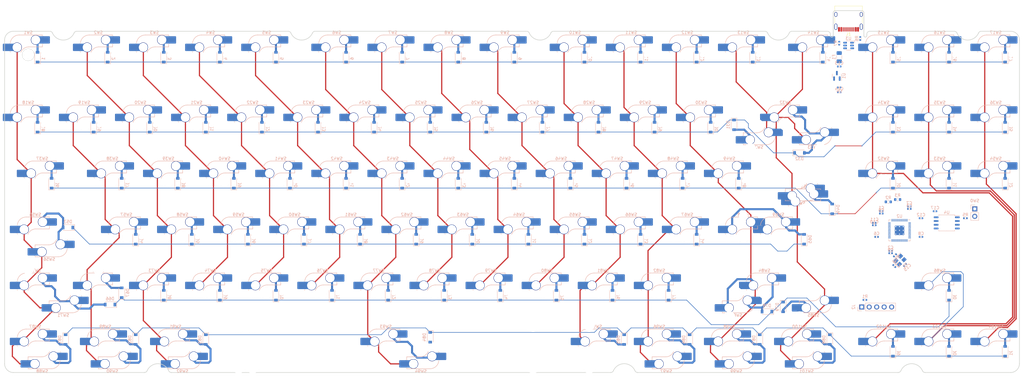
<source format=kicad_pcb>
(kicad_pcb (version 20211014) (generator pcbnew)
  (layers (0 "F.Cu" signal) (31 "B.Cu" signal) (34 "B.Paste" user) (35 "F.Paste" user) (36 "B.SilkS" user "B.Silkscreen") (37 "F.SilkS" user "F.Silkscreen") (38 "B.Mask" user) (39 "F.Mask" user) (44 "Edge.Cuts" user))
  (net 0 "")
  (net 1 "+1V1")
  (net 2 "GND")
  (net 3 "+3V3")
  (net 4 "+5V")
  (net 5 "XTAL_IN")
  (net 6 "/XTAL_O")
  (net 7 "VBUS")
  (net 8 "/CC1")
  (net 9 "DBUS+")
  (net 10 "DBUS-")
  (net 12 "/CC2")
  (net 14 "~{RESET}")
  (net 15 "/D_+")
  (net 16 "/D_-")
  (net 17 "XTAL_OUT")
  (net 18 "/~{USB_BOOT}")
  (net 19 "CS")
  (net 20 "SD1")
  (net 21 "SD2")
  (net 22 "SD0")
  (net 23 "QSPI_CLK")
  (net 24 "SD3")
  (net 41 "SWCLK")
  (net 42 "SWD")
  (net 61 "ROW0")
  (net 62 "Net-(D1-Pad2)")
  (net 63 "Net-(D2-Pad2)")
  (net 64 "Net-(D3-Pad2)")
  (net 65 "Net-(D4-Pad2)")
  (net 66 "Net-(D5-Pad2)")
  (net 67 "Net-(D6-Pad2)")
  (net 68 "Net-(D7-Pad2)")
  (net 69 "Net-(D8-Pad2)")
  (net 70 "Net-(D9-Pad2)")
  (net 71 "Net-(D10-Pad2)")
  (net 72 "Net-(D11-Pad2)")
  (net 73 "Net-(D12-Pad2)")
  (net 74 "Net-(D13-Pad2)")
  (net 75 "Net-(D14-Pad2)")
  (net 76 "Net-(D15-Pad2)")
  (net 77 "Net-(D16-Pad2)")
  (net 78 "Net-(D17-Pad2)")
  (net 79 "ROW1")
  (net 80 "Net-(D18-Pad2)")
  (net 81 "Net-(D19-Pad2)")
  (net 82 "Net-(D20-Pad2)")
  (net 83 "Net-(D21-Pad2)")
  (net 84 "Net-(D22-Pad2)")
  (net 85 "Net-(D23-Pad2)")
  (net 86 "Net-(D24-Pad2)")
  (net 87 "Net-(D25-Pad2)")
  (net 88 "Net-(D26-Pad2)")
  (net 89 "Net-(D27-Pad2)")
  (net 90 "Net-(D28-Pad2)")
  (net 91 "Net-(D29-Pad2)")
  (net 92 "Net-(D30-Pad2)")
  (net 93 "Net-(D31-Pad2)")
  (net 94 "Net-(D32-Pad2)")
  (net 95 "Net-(D33-Pad2)")
  (net 96 "Net-(D34-Pad2)")
  (net 97 "Net-(D35-Pad2)")
  (net 98 "ROW2")
  (net 99 "Net-(D36-Pad2)")
  (net 100 "Net-(D37-Pad2)")
  (net 101 "Net-(D38-Pad2)")
  (net 102 "Net-(D39-Pad2)")
  (net 103 "Net-(D40-Pad2)")
  (net 104 "Net-(D41-Pad2)")
  (net 105 "Net-(D42-Pad2)")
  (net 106 "Net-(D43-Pad2)")
  (net 107 "Net-(D44-Pad2)")
  (net 108 "Net-(D45-Pad2)")
  (net 109 "Net-(D46-Pad2)")
  (net 110 "Net-(D47-Pad2)")
  (net 111 "Net-(D48-Pad2)")
  (net 112 "Net-(D49-Pad2)")
  (net 113 "Net-(D50-Pad2)")
  (net 114 "Net-(D51-Pad2)")
  (net 115 "Net-(D52-Pad2)")
  (net 116 "ROW3")
  (net 117 "Net-(D53-Pad2)")
  (net 118 "Net-(D54-Pad2)")
  (net 119 "Net-(D55-Pad2)")
  (net 120 "Net-(D56-Pad2)")
  (net 121 "Net-(D57-Pad2)")
  (net 122 "Net-(D58-Pad2)")
  (net 123 "Net-(D59-Pad2)")
  (net 124 "Net-(D60-Pad2)")
  (net 125 "Net-(D61-Pad2)")
  (net 126 "Net-(D62-Pad2)")
  (net 127 "Net-(D63-Pad2)")
  (net 128 "Net-(D64-Pad2)")
  (net 129 "Net-(D65-Pad2)")
  (net 130 "ROW4")
  (net 131 "Net-(D66-Pad2)")
  (net 132 "Net-(D67-Pad2)")
  (net 133 "Net-(D68-Pad2)")
  (net 134 "Net-(D69-Pad2)")
  (net 135 "Net-(D70-Pad2)")
  (net 136 "Net-(D71-Pad2)")
  (net 137 "Net-(D72-Pad2)")
  (net 138 "Net-(D73-Pad2)")
  (net 139 "Net-(D74-Pad2)")
  (net 140 "Net-(D75-Pad2)")
  (net 141 "Net-(D76-Pad2)")
  (net 142 "Net-(D77-Pad2)")
  (net 143 "Net-(D78-Pad2)")
  (net 144 "Net-(D79-Pad2)")
  (net 145 "Net-(D80-Pad2)")
  (net 146 "ROW5")
  (net 147 "Net-(D81-Pad2)")
  (net 148 "Net-(D82-Pad2)")
  (net 149 "Net-(D83-Pad2)")
  (net 150 "Net-(D84-Pad2)")
  (net 151 "Net-(D85-Pad2)")
  (net 152 "Net-(D86-Pad2)")
  (net 153 "Net-(D87-Pad2)")
  (net 154 "Net-(D88-Pad2)")
  (net 155 "Net-(D89-Pad2)")
  (net 156 "Net-(D90-Pad2)")
  (net 157 "Net-(D91-Pad2)")
  (net 158 "COL0")
  (net 159 "COL2")
  (net 160 "COL3")
  (net 161 "COL4")
  (net 162 "COL5")
  (net 163 "COL6")
  (net 164 "COL7")
  (net 165 "COL8")
  (net 166 "COL9")
  (net 167 "COL10")
  (net 168 "COL11")
  (net 169 "COL12")
  (net 170 "COL13")
  (net 171 "COL14")
  (net 172 "COL15")
  (net 173 "COL16")
  (net 174 "COL17")
  (net 175 "COL1")
  (footprint "marbastlib-mx:STAB_MX_2.75u" (layer "F.Cu") (at 297.271562 146.265)
    (fp_text reference "S5" hide)
    (fp_text value "RSHIFT")
  )
  (footprint "marbastlib-mx:STAB_MX_7u" (layer "F.Cu") (at 180.590312 165.315 180)
    (fp_text reference "S7" hide)
    (fp_text value "7U_SPACE")
  )
  (footprint "marbastlib-mx:STAB_MX_2.25u" (layer "F.Cu") (at 59.146562 146.265 180)
    (fp_text reference "S4" hide)
    (fp_text value "LSHIFT")
  )
  (footprint "marbastlib-mx:STAB_MX_ISO_FLIPPED" (layer "F.Cu") (at 311.559062 117.69)
    (fp_text reference "S2" hide)
    (fp_text value "ISO_ENTER")
  )
  (footprint "marbastlib-mx:STAB_MX_2u" (layer "F.Cu") (at 304.415312 89.115)
    (fp_text reference "S1" hide)
    (fp_text value "BACKSPACE")
  )
  (footprint "marbastlib-mx:STAB_MX_6.25u" (layer "F.Cu") (at 168.684062 165.315 180)
    (fp_text reference "S6" hide)
    (fp_text value "6.25U_SPACE")
  )
  (footprint "Connector_USB:USB_C_Receptacle_HRO_TYPE-C-31-M-12" (layer "F.Cu") (at 325.846562 52.6025 180)
    (fp_text reference "J1")
    (fp_text value "USB_C_Receptacle_USB2.0")
  )
  (footprint "marbastlib-mx:STAB_MX_2.25u" (layer "F.Cu") (at 302.034062 127.215)
    (fp_text reference "S3" hide)
    (fp_text value "ANSI_ENTER")
  )
  (footprint "Connector_PinSocket_2.54mm:PinSocket_1x05_P2.54mm_Vertical" (layer "B.Cu") (at 330.321562 151.0525 -90)
    (fp_text reference "J2")
    (fp_text value "SWD")
  )
  (footprint "Crystal:Crystal_SMD_3225-4Pin_3.2x2.5mm" (layer "B.Cu") (at 343.309062 135.1525 45)
    (fp_text reference "Y1")
    (fp_text value "12MHz")
  )
  (footprint "Diode_SMD:D_SOD-123" (layer "B.Cu") (at 117.090312 108.95875 90)
    (fp_text reference "D39")
    (fp_text value "D")
  )
  (footprint "marbastlib-mx:SW_MX_HS_1.25u" (layer "B.Cu") (at 240.121562 165.315 180)
    (fp_text reference "SW95")
    (fp_text value "?" hide)
  )
  (footprint "marbastlib-mx:SW_MX_HS_1u" (layer "B.Cu") (at 302.034062 127.215 180)
    (fp_text reference "SW69")
    (fp_text value "?" hide)
  )
  (footprint "marbastlib-mx:SW_MX_HS_1u" (layer "B.Cu") (at 337.752812 165.315 180)
    (fp_text reference "SW102")
    (fp_text value "?" hide)
  )
  (footprint "marbastlib-mx:SW_MX_HS_1u" (layer "B.Cu") (at 356.802812 146.265 180)
    (fp_text reference "SW86")
    (fp_text value "?" hide)
  )
  (footprint "Diode_SMD:D_SOD-123" (layer "B.Cu") (at 340.927812 66.09625 90)
    (fp_text reference "D15")
    (fp_text value "D")
  )
  (footprint "Capacitor_SMD:C_0402_1005Metric" (layer "B.Cu") (at 340.134062 132.77125 180)
    (fp_text reference "C9")
    (fp_text value "100nF")
  )
  (footprint "marbastlib-mx:SW_MX_HS_1u" (layer "B.Cu") (at 256.790312 89.115 180)
    (fp_text reference "SW29")
    (fp_text value "?" hide)
  )
  (footprint "Diode_SMD:D_SOD-123" (layer "B.Cu") (at 212.340312 66.09625 90)
    (fp_text reference "D9")
    (fp_text value "D")
  )
  (footprint "marbastlib-mx:SW_MX_HS_1u" (layer "B.Cu") (at 152.015312 108.165 180)
    (fp_text reference "SW42")
    (fp_text value "?" hide)
  )
  (footprint "marbastlib-mx:SW_MX_HS_1u" (layer "B.Cu") (at 90.102812 65.3025 180)
    (fp_text reference "SW3")
    (fp_text value "?" hide)
  )
  (footprint "Capacitor_SMD:C_0402_1005Metric" (layer "B.Cu") (at 346.484062 117.69 180)
    (fp_text reference "C3")
    (fp_text value "100nF")
  )
  (footprint "marbastlib-mx:SW_MX_HS_1u" (layer "B.Cu") (at 252.027812 65.3025 180)
    (fp_text reference "SW11")
    (fp_text value "?" hide)
  )
  (footprint "marbastlib-mx:SW_MX_HS_1u" (layer "B.Cu") (at 237.740312 89.115 180)
    (fp_text reference "SW28")
    (fp_text value "?" hide)
  )
  (footprint "Capacitor_SMD:C_0402_1005Metric" (layer "B.Cu") (at 340.134062 131.9775 180)
    (fp_text reference "C2")
    (fp_text value "100nF")
  )
  (footprint "marbastlib-mx:SW_MX_HS_1u" (layer "B.Cu") (at 356.802812 89.115 180)
    (fp_text reference "SW35")
    (fp_text value "?" hide)
  )
  (footprint "Capacitor_SMD:C_0402_1005Metric" (layer "B.Cu") (at 334.577812 122.4525 180)
    (fp_text reference "C11")
    (fp_text value "100nF")
  )
  (footprint "marbastlib-mx:SW_MX_HS_1u" (layer "B.Cu") (at 375.852812 89.115 180)
    (fp_text reference "SW36")
    (fp_text value "?" hide)
  )
  (footprint "marbastlib-mx:SW_MX_HS_1u" (layer "B.Cu") (at 271.077812 65.3025 180)
    (fp_text reference "SW12")
    (fp_text value "?" hide)
  )
  (footprint "Diode_SMD:D_SOD-123" (layer "B.Cu") (at 231.390312 108.95875 90)
    (fp_text reference "D45")
    (fp_text value "D")
  )
  (footprint "marbastlib-mx:SW_MX_HS_1u" (layer "B.Cu") (at 137.727812 127.215 180)
    (fp_text reference "SW60")
    (fp_text value "?" hide)
  )
  (footprint "Diode_SMD:D_SOD-123" (layer "B.Cu") (at 174.240312 108.95875 90)
    (fp_text reference "D42")
    (fp_text value "D")
  )
  (footprint "marbastlib-mx:SW_MX_HS_1u" (layer "B.Cu") (at 90.102812 146.265 180)
    (fp_text reference "SW73")
    (fp_text value "?" hide)
  )
  (footprint "Diode_SMD:D_SOD-123" (layer "B.Cu") (at 69.465312 89.90875 90)
    (fp_text reference "D19")
    (fp_text value "D")
  )
  (footprint "marbastlib-mx:SW_MX_HS_1u" (layer "B.Cu") (at 209.165312 65.3025 180)
    (fp_text reference "SW9")
    (fp_text value "?" hide)
  )
  (footprint "Capacitor_SMD:C_0402_1005Metric" (layer "B.Cu") (at 336.959062 118.48375 180)
    (fp_text reference "C1")
    (fp_text value "1uF")
  )
  (footprint "Resistor_SMD:R_0603_1608Metric" (layer "B.Cu") (at 342.515312 114.515 180)
    (fp_text reference "R3")
    (fp_text value "27R")
  )
  (footprint "marbastlib-mx:SW_MX_HS_1u" (layer "B.Cu") (at 266.315312 108.165 180)
    (fp_text reference "SW48")
    (fp_text value "?" hide)
  )
  (footprint "marbastlib-mx:SW_MX_HS_1u" (layer "B.Cu") (at 113.915312 108.165 180)
    (fp_text reference "SW40")
    (fp_text value "?" hide)
  )
  (footprint "Diode_SMD:D_SOD-123" (layer "B.Cu") (at 50.415312 89.90875 90)
    (fp_text reference "D18")
    (fp_text value "D")
  )
  (footprint "marbastlib-mx:SW_MX_HS_1u" (layer "B.Cu") (at 375.852812 65.3025 180)
    (fp_text reference "SW17")
    (fp_text value "?" hide)
  )
  (footprint "Diode_SMD:D_SOD-123" (layer "B.Cu") (at 212.340312 108.95875 90)
    (fp_text reference "D44")
    (fp_text value "D")
  )
  (footprint "marbastlib-mx:SW_MX_HS_1u" (layer "B.Cu") (at 171.065312 65.3025 180)
    (fp_text reference "SW7")
    (fp_text value "?" hide)
  )
  (footprint "marbastlib-mx:SW_MX_HS_1u" (layer "B.Cu") (at 199.640312 89.115 180)
    (fp_text reference "SW26")
    (fp_text value "?" hide)
  )
  (footprint "marbastlib-mx:SW_MX_HS_1u" (layer "B.Cu") (at 275.840312 89.115 180)
    (fp_text reference "SW30")
    (fp_text value "?" hide)
  )
  (footprint "Diode_SMD:D_SOD-123" (layer "B.Cu") (at 379.027812 108.95875 90)
    (fp_text reference "D52")
    (fp_text value "D")
  )
  (footprint "marbastlib-mx:SW_MX_HS_1.25u" (layer "B.Cu") (at 263.934062 165.315)
    (fp_text reference "SW97")
    (fp_text value "?" hide)
  )
  (footprint "marbastlib-mx:SW_MX_HS_1u" (layer "B.Cu") (at 313.940312 65.3025 180)
    (fp_text reference "SW14")
    (fp_text value "?" hide)
  )
  (footprint "Diode_SMD:D_SOD-123" (layer "B.Cu") (at 340.927812 108.95875 90)
    (fp_text reference "D50")
    (fp_text value "D")
  )
  (footprint "Diode_SMD:D_SOD-123" (layer "B.Cu") (at 379.027812 89.90875 90)
    (fp_text reference "D35")
    (fp_text value "D")
  )
  (footprint "Capacitor_SMD:C_0402_1005Metric" (layer "B.Cu") (at 350.452812 127.215 180)
    (fp_text reference "C8")
    (fp_text value "100nF")
  )
  (footprint "marbastlib-mx:SW_MX_HS_1u" (layer "B.Cu") (at 232.977812 127.215 180)
    (fp_text reference "SW65")
    (fp_text value "?" hide)
  )
  (footprint "marbastlib-mx:SW_MX_HS_1.25u" (layer "B.Cu") (at 287.746562 165.315)
    (fp_text reference "SW99")
    (fp_text value "?" hide)
  )
  (footprint "marbastlib-mx:SW_MX_HS_1u" (layer "B.Cu") (at 161.540312 89.115 180)
    (fp_text reference "SW24")
    (fp_text value "?" hide)
  )
  (footprint "Diode_SMD:D_SOD-123" (layer "B.Cu") (at 193.290312 66.09625 90)
    (fp_text reference "D8")
    (fp_text value "D")
  )
  (footprint "Package_SO:SOIC-8_5.23x5.23mm_P1.27mm" (layer "B.Cu") (at 359.184062 122.4525 180)
    (fp_text reference "U4")
    (fp_text value "W25Q128JVS")
  )
  (footprint "marbastlib-mx:SW_MX_HS_1.25u" (layer "B.Cu") (at 49.621562 165.315 180)
    (fp_text reference "SW87")
    (fp_text value "?" hide)
  )
  (footprint "Diode_SMD:D_SOD-123" (layer "B.Cu") (at 112.327812 66.09625 90)
    (fp_text reference "D4")
    (fp_text value "D")
  )
  (footprint "Diode_SMD:D_SOD-123" (layer "B.Cu") (at 320.290312 117.69 90)
    (fp_text reference "D49")
    (fp_text value "D")
  )
  (footprint "Diode_SMD:D_SOD-123" (layer "B.Cu") (at 93.277812 147.05875 90)
    (fp_text reference "D68")
    (fp_text value "D")
  )
  (footprint "marbastlib-mx:SW_MX_HS_1.5u" (layer "B.Cu") (at 99.627812 165.315)
    (fp_text reference "SW92")
    (fp_text value "?" hide)
  )
  (footprint "marbastlib-mx:SW_MX_HS_1u" (layer "B.Cu") (at 147.252812 146.265 180)
    (fp_text reference "SW76")
    (fp_text value "?" hide)
  )
  (footprint "Diode_SMD:D_SOD-123" (layer "B.Cu") (at 60.734062 124.04 180)
    (fp_text reference "D53")
    (fp_text value "D")
  )
  (footprint "marbastlib-mx:SW_MX_HS_1u" (layer "B.Cu") (at 356.802812 108.165 180)
    (fp_text reference "SW53")
    (fp_text value "?" hide)
  )
  (footprint "marbastlib-mx:SW_MX_HS_1u" (layer "B.Cu") (at 156.777812 127.215 180)
    (fp_text reference "SW61")
    (fp_text value "?" hide)
  )
  (footprint "Diode_SMD:D_SOD-123" (layer "B.Cu") (at 340.927812 166.10875 90)
    (fp_text reference "D89")
    (fp_text value "D")
  )
  (footprint "marbastlib-mx:SW_MX_HS_1u" (layer "B.Cu") (at 311.559062 117.69 180)
    (fp_text reference "SW51")
    (fp_text value "?" hide)
  )
  (footprint "marbastlib-mx:SW_MX_HS_1.5u" (layer "B.Cu") (at 52.002812 108.165 180)
    (fp_text reference "SW37")
    (fp_text value "?" hide)
  )
  (footprint "marbastlib-mx:SW_MX_HS_1u" (layer "B.Cu") (at 175.827812 127.215 180)
    (fp_text reference "SW62")
    (fp_text value "?" hide)
  )
  (footprint "Diode_SMD:D_SOD-123" (layer "B.Cu") (at 169.477812 147.05875 90)
    (fp_text reference "D72")
    (fp_text value "D")
  )
  (footprint "Diode_SMD:D_SOD-123" (layer "B.Cu") (at 174.240312 66.09625 90)
    (fp_text reference "D7")
    (fp_text value "D")
  )
  (footprint "Diode_SMD:D_SOD-123" (layer "B.Cu") (at 193.290312 108.95875 90)
    (fp_text reference "D43")
    (fp_text value "D")
  )
  (footprint "marbastlib-various:SOT-23-6-routable" (layer "B.Cu") (at 325.846562 62.1275 180)
    (fp_text reference "U3")
    (fp_text value "SRV05-4")
  )
  (footprint "marbastlib-mx:SW_MX_HS_1u" (layer "B.Cu") (at 71.052812 146.265 180)
    (fp_text reference "SW72")
    (fp_text value "?" hide)
  )
  (footprint "Capacitor_SMD:C_0402_1005Metric" (layer "B.Cu") (at 322.671562 78.0025 180)
    (fp_text reference "C14")
    (fp_text value "1uF")
  )
  (footprint "Diode_SMD:D_SOD-123" (layer "B.Cu") (at 112.327812 147.05875 90)
    (fp_text reference "D69")
    (fp_text value "D")
  )
  (footprint "Resistor_SMD:R_0402_1005Metric" (layer "B.Cu") (at 322.671562 61.33375 -90)
    (fp_text reference "R7")
    (fp_text value "5.1k")
  )
  (footprint "marbastlib-mx:SW_MX_HS_1u" (layer "B.Cu") (at 337.752812 89.115 180)
    (fp_text reference "SW34")
    (fp_text value "?" hide)
  )
  (footprint "Capacitor_SMD:C_0402_1005Metric" (layer "B.Cu") (at 322.671562 69.27125 180)
    (fp_text reference "C13")
    (fp_text value "1uF")
  )
  (footprint "marbastlib-mx:SW_MX_HS_1u" (layer "B.Cu") (at 294.890312 89.115)
    (fp_text reference "SW31")
    (fp_text value "?" hide)
  )
  (footprint "Resistor_SMD:R_0402_1005Metric" (layer "B.Cu") (at 331.402812 148.64625 180)
    (fp_text reference "R1")
    (fp_text value "10k")
  )
  (footprint "Capacitor_SMD:C_0402_1005Metric" (layer "B.Cu") (at 336.959062 119.2775 180)
    (fp_text reference "C5")
    (fp_text value "1uF")
  )
  (footprint "marbastlib-mx:SW_MX_HS_1u" (layer "B.Cu") (at 171.065312 108.165 180)
    (fp_text reference "SW43")
    (fp_text value "?" hide)
  )
  (footprint "Diode_SMD:D_SOD-123" (layer "B.Cu") (at 379.027812 166.10875 90)
    (fp_text reference "D91")
    (fp_text value "D")
  )
  (footprint "marbastlib-mx:SW_MX_HS_1u" (layer "B.Cu") (at 128.202812 65.3025 180)
    (fp_text reference "SW5")
    (fp_text value "?" hide)
  )
  (footprint "Diode_SMD:D_SOD-123" (layer "B.Cu") (at 359.977812 66.09625 90)
    (fp_text reference "D16")
    (fp_text value "D")
  )
  (footprint "Diode_SMD:D_SOD-123" (layer "B.Cu") (at 102.802812 128.00875 90)
    (fp_text reference "D55")
    (fp_text value "D")
  )
  (footprint "marbastlib-mx:SW_MX_HS_1.5u" (layer "B.Cu") (at 261.552812 165.315 180)
    (fp_text reference "SW96")
    (fp_text value "?" hide)
  )
  (footprint "Diode_SMD:D_SOD-123" (layer "B.Cu") (at 236.152812 128.00875 90)
    (fp_text reference "D62")
    (fp_text value "D")
  )
  (footprint "Diode_SMD:D_SOD-123" (layer "B.Cu") (at 295.684062 162.14 -90)
    (fp_text reference "D87")
    (fp_text value "D")
  )
  (footprint "Diode_SMD:D_SOD-123" (layer "B.Cu") (at 303.621562 151.0275 -90)
    (fp_text reference "D79")
    (fp_text value "D")
  )
  (footprint "Diode_SMD:D_SOD-123" (layer "B.Cu") (at 269.490312 108.95875 90)
    (fp_text reference "D47")
    (fp_text value "D")
  )
  (footprint "marbastlib-mx:SW_MX_HS_1u" (layer "B.Cu") (at 109.152812 146.265 180)
    (fp_text reference "SW74")
    (fp_text value "?" hide)
  )
  (footprint "Diode_SMD:D_SOD-123" (layer "B.Cu") (at 155.190312 108.95875 90)
    (fp_text reference "D41")
    (fp_text value "D")
  )
  (footprint "Diode_SMD:D_SOD-123" (layer "B.Cu") (at 159.952812 128.00875 90)
    (fp_text reference "D58")
    (fp_text value "D")
  )
  (footprint "marbastlib-mx:SW_MX_HS_1u" (layer "B.Cu") (at 261.552812 146.265 180)
    (fp_text reference "SW82")
    (fp_text value "?" hide)
  )
  (footprint "Diode_SMD:D_SOD-123" (layer "B.Cu") (at 259.965312 89.90875 90)
    (fp_text reference "D29")
    (fp_text value "D")
  )
  (footprint "marbastlib-mx:SW_MX_HS_1u" (layer "B.Cu") (at 285.365312 165.315 180)
    (fp_text reference "SW98")
    (fp_text value "?" hide)
  )
  (footprint "marbastlib-mx:SW_MX_HS_1u" (layer "B.Cu") (at 285.365312 108.165 180)
    (fp_text reference "SW49")
    (fp_text value "?" hide)
  )
  (footprint "Diode_SMD:D_SOD-123" (layer "B.Cu") (at 83.752812 162.14 -90)
    (fp_text reference "D82")
    (fp_text value "D")
  )
  (footprint "marbastlib-mx:SW_MX_HS_1.25u" (layer "B.Cu") (at 73.434062 165.315 180)
    (fp_text reference "SW89")
    (fp_text value "?" hide)
  )
  (footprint "Diode_SMD:D_SOD-123" (layer "B.Cu") (at 88.515312 89.90875 90)
    (fp_text reference "D20")
    (fp_text value "D")
  )
  (footprint "Diode_SMD:D_SOD-123" (layer "B.Cu") (at 319.496562 162.14 -90)
    (fp_text reference "D88")
    (fp_text value "D")
  )
  (footprint "Capacitor_SMD:C_0402_1005Metric" (layer "B.Cu") (at 335.371562 127.215 180)
    (fp_text reference "C6")
    (fp_text value "100nF")
  )
  (footprint "Diode_SMD:D_SOD-123" (layer "B.Cu") (at 183.765312 89.90875 90)
    (fp_text reference "D25")
    (fp_text value "D")
  )
  (footprint "marbastlib-mx:SW_MX_HS_1u" (layer "B.Cu") (at 99.627812 127.215 180)
    (fp_text reference "SW58")
    (fp_text value "?" hide)
  )
  (footprint "Diode_SMD:D_SOD-123" (layer "B.Cu") (at 245.677812 147.05875 90)
    (fp_text reference "D76")
    (fp_text value "D")
  )
  (footprint "marbastlib-mx:SW_MX_HS_1u" (layer "B.Cu") (at 128.202812 146.265 180)
    (fp_text reference "SW75")
    (fp_text value "?" hide)
  )
  (footprint "marbastlib-mx:SW_MX_HS_1u" (layer "B.Cu") (at 71.052812 65.3025 180)
    (fp_text reference "SW2")
    (fp_text value "?" hide)
  )
  (footprint "marbastlib-mx:SW_MX_HS_1u" (layer "B.Cu") (at 304.415312 89.115 180)
    (fp_text reference "SW32")
    (fp_text value "?" hide)
  )
  (footprint "marbastlib-mx:SW_MX_HS_1u" (layer "B.Cu") (at 223.452812 146.265 180)
    (fp_text reference "SW80")
    (fp_text value "?" hide)
  )
  (footprint "Diode_SMD:D_SOD-123" (layer "B.Cu") (at 74.227812 66.09625 90)
    (fp_text reference "D2")
    (fp_text value "D")
  )
  (footprint "Diode_SMD:D_SOD-123" (layer "B.Cu") (at 136.140312 108.95875 90)
    (fp_text reference "D40")
    (fp_text value "D")
  )
  (footprint "marbastlib-mx:SW_MX_HS_1.75u" (layer "B.Cu") (at 54.384062 127.215)
    (fp_text reference "SW56")
    (fp_text value "?" hide)
  )
  (footprint "Resistor_SMD:R_0603_1608Metric" (layer "B.Cu") (at 339.340312 115.30875 180)
    (fp_text reference "R2")
    (fp_text value "27R")
  )
  (footprint "Diode_SMD:D_SOD-123" (layer "B.Cu") (at 202.815312 89.90875 90)
    (fp_text reference "D26")
    (fp_text value "D")
  )
  (footprint "Diode_SMD:D_SOD-123" (layer "B.Cu") (at 155.190312 66.09625 90)
    (fp_text reference "D6")
    (fp_text value "D")
  )
  (footprint "marbastlib-mx:SW_MX_HS_1u" (layer "B.Cu") (at 252.027812 127.215 180)
    (fp_text reference "SW66")
    (fp_text value "?" hide)
  )
  (footprint "Capacitor_SMD:C_0402_1005Metric" (layer "B.Cu") (at 346.484062 116.89625 180)
    (fp_text reference "C7")
    (fp_text value "100nF")
  )
  (footprint "Sleep-lib:RP2040-QFN-56" (layer "B.Cu") (at 343.152812 124.99 180)
    (fp_text reference "U2")
    (fp_text value "RP2040")
  )
  (footprint "marbastlib-mx:SW_MX_HS_1u" (layer "B.Cu") (at 123.440312 89.115 180)
    (fp_text reference "SW22")
    (fp_text value "?" hide)
  )
  (footprint "marbastlib-mx:SW_MX_HS_1u" (layer "B.Cu") (at 109.152812 65.3025 180)
    (fp_text reference "SW4")
    (fp_text value "?" hide)
  )
  (footprint "marbastlib-mx:SW_MX_HS_1u" (layer "B.Cu") (at 297.271562 146.265 180)
    (fp_text reference "SW84")
    (fp_text value "?" hide)
  )
  (footprint "marbastlib-mx:SW_MX_HS_1u" (layer "B.Cu") (at 209.165312 108.165 180)
    (fp_text reference "SW45")
    (fp_text value "?" hide)
  )
  (footprint "Resistor_SMD:R_0402_1005Metric" (layer "B.Cu") (at 365.534062 120.865 180)
    (fp_text reference "R5")
    (fp_text value "1k")
  )
  (footprint "marbastlib-mx:SW_MX_HS_1u" (layer "B.Cu") (at 185.352812 146.265 180)
    (fp_text reference "SW78")
    (fp_text value "?" hide)
  )
  (footprint "marbastlib-mx:SW_MX_HS_1u" (layer "B.Cu") (at 356.802812 65.3025 180)
    (fp_text reference "SW16")
    (fp_text value "?" hide)
  )
  (footprint "Diode_SMD:D_SOD-123" (layer "B.Cu") (at 145.665312 89.90875 90)
    (fp_text reference "D23")
    (fp_text value "D")
  )
  (footprint "Diode_SMD:D_SOD-123" (layer "B.Cu") (at 226.627812 147.05875 90)
    (fp_text reference "D75")
    (fp_text value "D")
  )
  (footprint "marbastlib-mx:SW_MX_HS_1u" (layer "B.Cu") (at 375.852812 165.315 180)
    (fp_text reference "SW104")
    (fp_text value "?" hide)
  )
  (footprint "marbastlib-mx:SW_MX_HS_1u" (layer "B.Cu") (at 118.677812 127.215 180)
    (fp_text reference "SW59")
    (fp_text value "?" hide)
  )
  (footprint "marbastlib-mx:SW_MX_HS_1u" (layer "B.Cu") (at 204.402812 146.265 180)
    (fp_text reference "SW79")
    (fp_text value "?" hide)
  )
  (footprint "marbastlib-mx:SW_MX_HS_1u" (layer "B.Cu") (at 247.265312 108.165 180)
    (fp_text reference "SW47")
    (fp_text value "?" hide)
  )
  (footprint "Diode_SMD:D_SOD-123" (layer "B.Cu") (at 55.177812 108.95875 90)
    (fp_text reference "D36")
    (fp_text value "D")
  )
  (footprint "marbastlib-mx:SW_MX_HS_1u" (layer "B.Cu") (at 180.590312 89.115 180)
    (fp_text reference "SW25")
    (fp_text value "?" hide)
  )
  (footprint "Diode_SMD:D_SOD-123" (layer "B.Cu") (at 140.902812 128.00875 90)
    (fp_text reference "D57")
    (fp_text value "D")
  )
  (footprint "marbastlib-mx:SW_MX_HS_1u" (layer "B.Cu") (at 190.115312 108.165 180)
    (fp_text reference "SW44")
    (fp_text value "?" hide)
  )
  (footprint "marbastlib-mx:SW_MX_HS_1u" (layer "B.Cu") (at 290.127812 65.3025 180)
    (fp_text reference "SW13")
    (fp_text value "?" hide)
  )
  (footprint "marbastlib-mx:SW_MX_HS_1u" (layer "B.Cu") (at 166.302812 146.265 180)
    (fp_text reference "SW77")
    (fp_text value "?" hide)
  )
  (footprint "marbastlib-mx:SW_MX_HS_1.75u" (layer "B.Cu") (at 287.746562 146.265)
    (fp_text reference "SW83")
    (fp_text value "?" hide)
  )
  (footprint "marbastlib-mx:SW_MX_HS_1u" (layer "B.Cu") (at 194.877812 127.215 180)
    (fp_text reference "SW63")
    (fp_text value "?" hide)
  )
  (footprint "Diode_SMD:D_SOD-123" (layer "B.Cu") (at 298.127812 152.615 180)
    (fp_text reference "D78")
    (fp_text value "D")
  )
  (footprint "Diode_SMD:D_SOD-123" (layer "B.Cu") (at 264.727812 147.05875 90)
    (fp_text reference "D77")
    (fp_text value "D")
  )
  (footprint "Capacitor_SMD:C_0402_1005Metric" (layer "B.Cu") (at 322.671562 76.415)
    (fp_text reference "C4")
    (fp_text value "10uF")
  )
  (footprint "marbastlib-mx:SW_MX_HS_1u" (layer "B.Cu") (at 337.752812 108.165 180)
    (fp_text reference "SW52")
    (fp_text value "?" hide)
  )
  (footprint "Capacitor_SMD:C_0402_1005Metric" (layer "B.Cu") (at 345.010312 136.7725 45)
    (fp_text reference "C15")
    (fp_text value "22pF")
  )
  (footprint "Diode_SMD:D_SOD-123" (layer "B.Cu") (at 83.752812 128.00875 90)
    (fp_text reference "D54")
    (fp_text value "D")
  )
  (footprint "Diode_SMD:D_SOD-123" (layer "B.Cu") (at 198.052812 128.00875 90)
    (fp_text reference "D60")
    (fp_text value "D")
  )
  (footprint "Diode_SMD:D_SOD-123" (layer "B.Cu") (at 359.977812 166.10875 90)
    (fp_text reference "D90")
    (fp_text value "D")
  )
  (footprint "Diode_SMD:D_SOD-123" (layer "B.Cu") (at 188.527812 147.05875 90)
    (fp_text reference "D73")
    (fp_text value "D")
  )
  (footprint "Diode_SMD:D_SOD-123" (layer "B.Cu") (at 240.915312 89.90875 90)
    (fp_text reference "D28")
    (fp_text value "D")
  )
  (footprint "Diode_SMD:D_SOD-123" (layer "B.Cu") (at 274.252812 128.00875 90)
    (fp_text reference "D64")
    (fp_text value "D")
  )
  (footprint "marbastlib-mx:SW_MX_HS_1u" (layer "B.Cu") (at 228.215312 108.165 180)
    (fp_text reference "SW46")
    (fp_text value "?" hide)
  )
  (footprint "Diode_SMD:D_SOD-123" (layer "B.Cu") (at 249.646562 162.14 -90)
    (fp_text reference "D85")
    (fp_text value "D")
  )
  (footprint "Capacitor_SMD:C_0402_1005Metric" (layer "B.Cu") (at 334.577812 123.24625 180)
    (fp_text reference "C10")
    (fp_text value "100nF")
  )
  (footprint "marbastlib-mx:SW_MX_HS_1u" (layer "B.Cu") (at 142.490312 89.115 180)
    (fp_text reference "SW23")
    (fp_text value "?" hide)
  )
  (footprint "Diode_SMD:D_SOD-123" (layer "B.Cu") (at 78.990312 108.95875 90)
    (fp_text reference "D37")
    (fp_text value "D")
  )
  (footprint "marbastlib-mx:SW_MX_HS_1.25u" (layer "B.Cu") (at 311.559062 165.315)
    (fp_text reference "SW101")
    (fp_text value "?" hide)
  )
  (footprint "Diode_SMD:D_SOD-123" (layer "B.Cu") (at 183.765312 161.34625 -90)
    (fp_text reference "D84")
    (fp_text value "D")
  )
  (footprint "Capacitor_SMD:C_0402_1005Metric" (layer "B.Cu") (at 341.380312 137.1325 135)
    (fp_text reference "C16")
    (fp_text value "22pF")
  )
  (footprint "Capacitor_SMD:C_0402_1005Metric" (layer "B.Cu") (at 350.452812 120.865 180)
    (fp_text reference "C12")
    (fp_text value "100nF")
  )
  (footprint "Diode_SMD:D_SOD-123" (layer "B.Cu") (at 359.977812 108.95875 90)
    (fp_text reference "D51")
    (fp_text value "D")
  )
  (footprint "Diode_SMD:D_SOD-123" (layer "B.Cu") (at 150.427812 147.05875 90)
    (fp_text reference "D71")
    (fp_text value "D")
  )
  (footprint "marbastlib-mx:SW_MX_HS_1.75u_stp" (layer "B.Cu") (at 49.621562 127.215 180)
    (fp_text reference "SW55")
    (fp_text value "?" hide)
  )
  (footprint "marbastlib-mx:SW_MX_HS_1u" (layer "B.Cu") (at 75.815312 108.165 180)
    (fp_text reference "SW38")
    (fp_text value "?" hide)
  )
  (footprint "marbastlib-mx:SW_MX_HS_1u" (layer "B.Cu") (at 104.390312 89.115 180)
    (fp_text reference "SW21")
    (fp_text value "?" hide)
  )
  (footprint "marbastlib-mx:SW_MX_HS_1u" (layer "B.Cu") (at 337.752812 65.3025 180)
    (fp_text reference "SW15")
    (fp_text value "?" hide)
  )
  (footprint "Diode_SMD:D_SOD-123" (layer "B.Cu") (at 359.977812 89.90875 90)
    (fp_text reference "D34")
    (fp_text value "D")
  )
  (footprint "Diode_SMD:D_SOD-123" (layer "B.Cu") (at 59.940312 162.14 -90)
    (fp_text reference "D81")
    (fp_text value "D")
  )
  (footprint "Diode_SMD:D_SOD-123" (layer "B.Cu") (at 379.027812 66.09625 90)
    (fp_text reference "D17")
    (fp_text value "D")
  )
  (footprint "marbastlib-mx:SW_MX_HS_1u" (layer "B.Cu") (at 242.502812 146.265 180)
    (fp_text reference "SW81")
    (fp_text value "?" hide)
  )
  (footprint "marbastlib-mx:SW_MX_HS_1u" (layer "B.Cu") (at 190.115312 65.3025 180)
    (fp_text reference "SW8")
    (fp_text value "?" hide)
  )
  (footprint "marbastlib-mx:SW_MX_HS_1.25u" (layer "B.Cu") (at 49.621562 146.265 180)
    (fp_text reference "SW70")
    (fp_text value "?" hide)
  )
  (footprint "marbastlib-mx:SW_MX_HS_1u" (layer "B.Cu") (at 66.290312 89.115 180)
    (fp_text reference "SW19")
    (fp_text value "?" hide)
  )
  (footprint "Diode_SMD:D_SOD-123" (layer "B.Cu") (at 75.021562 150.23375 180)
    (fp_text reference "D66")
    (fp_text value "D")
  )
  (footprint "Resistor_SMD:R_0402_1005Metric" (layer "B.Cu") (at 341.620312 133.4925 45)
    (fp_text reference "R4")
    (fp_text value "1k")
  )
  (footprint "marbastlib-mx:SW_MX_HS_1u" (layer "B.Cu") (at 290.127812 127.215 180)
    (fp_text reference "SW68")
    (fp_text value "?" hide)
  )
  (footprint "marbastlib-mx:SW_MX_HS_1u" (layer "B.Cu") (at 152.015312 65.3025 180)
    (fp_text reference "SW6")
    (fp_text value "?" hide)
  )
  (footprint "Resistor_SMD:R_0402_1005Metric" (layer "B.Cu") (at 329.815312 59.74625 -90)
    (fp_text reference "R6")
    (fp_text value "5.1k")
  )
  (footprint "marbastlib-mx:SW_MX_HS_1.5u" (layer "B.Cu") (at 309.177812 108.165)
    (fp_text reference "SW50")
    (fp_text value "?" hide)
  )
  (footprint "marbastlib-mx:SW_MX_HS_1u" (layer "B.Cu") (at 47.240312 65.3025 180)
    (fp_text reference "SW1")
    (fp_text value "?" hide)
  )
  (footprint "marbastlib-mx:SW_MX_HS_1u" (layer "B.Cu") (at 213.927812 127.215 180)
    (fp_text reference "SW64")
    (fp_text value "?" hide)
  )
  (footprint "Diode_SMD:D_SOD-123" (layer "B.Cu") (at 164.715312 89.90875 90)
    (fp_text reference "D24")
    (fp_text value "D")
  )
  (footprint "Diode_SMD:D_SOD-123" (layer "B.Cu") (at 107.565312 89.90875 90)
    (fp_text reference "D21")
    (fp_text value "D")
  )
  (footprint "Diode_SMD:D_SOD-123" (layer "B.Cu") (at 179.002812 128.00875 90)
    (fp_text reference "D59")
    (fp_text value "D")
  )
  (footprint "Diode_SMD:D_SOD-123" (layer "B.Cu") (at 271.871562 162.14 -90)
    (fp_text reference "D86")
    (fp_text value "D")
  )
  (footprint "marbastlib-mx:SW_MX_HS_1u" (layer "B.Cu") (at 232.977812 65.3025 180)
    (fp_text reference "SW10")
    (fp_text value "?" hide)
  )
  (footprint "Diode_SMD:D_SOD-123" (layer "B.Cu") (at 279.015312 89.90875 90)
    (fp_text reference "D30")
    (fp_text value "D")
  )
  (footprint "Diode_SMD:D_SOD-123" (layer "B.Cu") (at 126.615312 89.90875 90)
    (fp_text reference "D22")
    (fp_text value "D")
  )
  (footprint "Diode_SMD:D_SOD-123" (layer "B.Cu") (at 274.252812 66.09625 90)
    (fp_text reference "D12")
    (fp_text value "D")
  )
  (footprint "Package_TO_SOT_SMD:SOT-23" (layer "B.Cu") (at 321.877812 72.44625 90)
    (fp_text reference "U1")
    (fp_text value "XC6206PxxxMR")
  )
  (footprint "marbastlib-mx:SW_MX_HS_1u" (layer "B.Cu") (at 59.146562 146.265)
    (fp_text reference "SW71")
    (fp_text value "?" hide)
  )
  (footprint "Diode_SMD:D_SOD-123" (layer "B.Cu") (at 288.540312 108.95875 90)
    (fp_text reference "D48")
    (fp_text value "D")
  )
  (footprint "marbastlib-mx:SW_MX_HS_1u" (layer "B.Cu") (at 313.940312 89.115)
    (fp_text reference "SW33")
    (fp_text value "?" hide)
  )
  (footprint "Diode_SMD:D_SOD-123" (layer "B.Cu") (at 286.952812 89.115 -90)
    (fp_text reference "D31")
    (fp_text value "D")
  )
  (footprint "marbastlib-mx:SW_MX_HS_1u" (layer "B.Cu") (at 168.684062 165.315 180)
    (fp_text reference "SW93")
    (fp_text value "?" hide)
  )
  (footprint "Diode_SMD:D_SOD-123" (layer "B.Cu") (at 78.990312 146.2025 90)
    (fp_text reference "D67")
    (fp_text value "D")
  )
  (footprint "Connector_PinSocket_2.54mm:PinSocket_1x02_P2.54mm_Vertical" (layer "B.Cu") (at 368.709062 117.69 180)
    (fp_text reference "SW0")
    (fp_text value "SW_Push")
  )
  (footprint "Diode_SMD:D_SOD-123" (layer "B.Cu") (at 310.765312 128.00875 90)
    (fp_text reference "D65")
    (fp_text value "D")
  )
  (footprint "marbastlib-mx:SW_MX_HS_1u" (layer "B.Cu") (at 356.802812 165.315 180)
    (fp_text reference "SW103")
    (fp_text value "?" hide)
  )
  (footprint "Diode_SMD:D_SOD-123" (layer "B.Cu") (at 50.415312 66.09625 90)
    (fp_text reference "D1")
    (fp_text value "D")
  )
  (footprint "marbastlib-mx:SW_MX_HS_1u" (layer "B.Cu") (at 271.077812 127.215 180)
    (fp_text reference "SW67")
    (fp_text value "?" hide)
  )
  (footprint "Diode_SMD:D_SOD-123" (layer "B.Cu") (at 207.577812 147.05875 90)
    (fp_text reference "D74")
    (fp_text value "D")
  )
  (footprint "Diode_SMD:D_SOD-123" (layer "B.Cu") (at 236.152812 66.09625 90)
    (fp_text reference "D10")
    (fp_text value "D")
  )
  (footprint "marbastlib-mx:SW_MX_HS_1.5u" (layer "B.Cu") (at 52.002812 165.315)
    (fp_text reference "SW88")
    (fp_text value "?" hide)
  )
  (footprint "Diode_SMD:D_SOD-123" (layer "B.Cu") (at 217.102812 128.00875 90)
    (fp_text reference "D61")
    (fp_text value "D")
  )
  (footprint "Diode_SMD:D_SOD-123" (layer "B.Cu") (at 221.865312 89.90875 90)
    (fp_text reference "D27")
    (fp_text value "D")
  )
  (footprint "marbastlib-mx:SW_MX_HS_1u" (layer "B.Cu") (at 80.577812 127.215 180)
    (fp_text reference "SW57")
    (fp_text value "?" hide)
  )
  (footprint "marbastlib-mx:SW_MX_HS_1u" (layer "B.Cu") (at 313.940312 146.265)
    (fp_text reference "SW85")
    (fp_text value "?" hide)
  )
  (footprint "Fuse:Fuse_1206_3216Metric" (layer "B.Cu") (at 322.671562 66.09625 -90)
    (fp_text reference "F1")
    (fp_text value "500mA")
  )
  (footprint "marbastlib-mx:SW_MX_HS_1u" (layer "B.Cu") (at 94.865312 108.165 180)
    (fp_text reference "SW39")
    (fp_text value "?" hide)
  )
  (footprint "marbastlib-mx:SW_MX_HS_1u" (layer "B.Cu") (at 75.815312 165.315)
    (fp_text reference "SW90")
    (fp_text value "?" hide)
  )
  (footprint "marbastlib-mx:SW_MX_HS_1u" (layer "B.Cu") (at 85.340312 89.115 180)
    (fp_text reference "SW20")
    (fp_text value "?" hide)
  )
  (footprint "Diode_SMD:D_SOD-123" (layer "B.Cu") (at 93.277812 66.09625 90)
    (fp_text reference "D3")
    (fp_text value "D")
  )
  (footprint "Diode_SMD:D_SOD-123" (layer "B.Cu") (at 359.977812 147.05875 90)
    (fp_text reference "D80")
    (fp_text value "D")
  )
  (footprint "Diode_SMD:D_SOD-123" (layer "B.Cu") (at 107.565312 162.14 -90)
    (fp_text reference "D83")
    (fp_text value "D")
  )
  (footprint "Diode_SMD:D_SOD-123" (layer "B.Cu") (at 317.115312 66.09625 90)
    (fp_text reference "D14")
    (fp_text value "D")
  )
  (footprint "Diode_SMD:D_SOD-123" (layer "B.Cu") (at 121.852812 128.00875 90)
    (fp_text reference "D56")
    (fp_text value "D")
  )
  (footprint "Diode_SMD:D_SOD-123" (layer "B.Cu") (at 293.302812 66.09625 90)
    (fp_text reference "D13")
    (fp_text value "D")
  )
  (footprint "Diode_SMD:D_SOD-123" (layer "B.Cu") (at 255.202812 66.09625 90)
    (fp_text reference "D11")
    (fp_text value "D")
  )
  (footprint "marbastlib-mx:SW_MX_HS_1u" (layer "B.Cu") (at 47.240312 89.115 180)
    (fp_text reference "SW18")
    (fp_text value "?" hide)
  )
  (footprint "Diode_SMD:D_SOD-123" (layer "B.Cu") (at 131.377812 66.09625 90)
    (fp_text reference "D5")
    (fp_text value "D")
  )
  (footprint "Diode_SMD:D_SOD-123" (layer "B.Cu") (at 131.377812 147.05875 90)
    (fp_text reference "D70")
    (fp_text value "D")
  )
  (footprint "Diode_SMD:D_SOD-123" (layer "B.Cu") (at 250.440312 108.95875 90)
    (fp_text reference "D46")
    (fp_text value "D")
  )
  (footprint "Capacitor_SMD:C_0402_1005Metric" (layer "B.Cu") (at 355.215312 118.48375 180)
    (fp_text reference "C17")
    (fp_text value "100nF")
  )
  (footprint "marbastlib-mx:SW_MX_HS_1.25u" (layer "B.Cu") (at 97.246562 165.315 180)
    (fp_text reference "SW91")
    (fp_text value "?" hide)
  )
  (footprint "Diode_SMD:D_SOD-123" (layer "B.Cu") (at 309.177812 98.64)
    (fp_text reference "D32")
    (fp_text value "D")
  )
  (footprint "Diode_SMD:D_SOD-123" (layer "B.Cu") (at 255.202812 128.00875 90)
    (fp_text reference "D63")
    (fp_text value "D")
  )
  (footprint "marbastlib-mx:SW_MX_HS_1.5u" (layer "B.Cu") (at 309.177812 165.315 180)
    (fp_text reference "SW100")
    (fp_text value "?" hide)
  )
  (footprint "Diode_SMD:D_SOD-123" (layer "B.Cu") (at 98.040312 108.95875 90)
    (fp_text reference "D38")
    (fp_text value "D")
  )
  (footprint "marbastlib-mx:SW_MX_HS_1u" (layer "B.Cu") (at 180.590312 165.315)
    (fp_text reference "SW94")
    (fp_text value "?" hide)
  )
  (footprint "Diode_SMD:D_SOD-123" (layer "B.Cu") (at 340.927812 89.90875 90)
    (fp_text reference "D33")
    (fp_text value "D")
  )
  (footprint "marbastlib-mx:SW_MX_HS_1u" (layer "B.Cu") (at 375.852812 108.165 180)
    (fp_text reference "SW54")
    (fp_text value "?" hide)
  )
  (footprint "marbastlib-mx:SW_MX_HS_1u" (layer "B.Cu") (at 218.690312 89.115 180)
    (fp_text reference "SW27")
    (fp_text value "?" hide)
  )
  (footprint "marbastlib-mx:SW_MX_HS_1u" (layer "B.Cu") (at 132.965312 108.165 180)
    (fp_text reference "SW41")
    (fp_text value "?" hide)
  )
  (gr_arc (start 351.860387 173.339999) (mid 351.312667 173.17666) (end 350.943874 172.740003) (layer "Edge.Cuts") (width 0.2))
  (gr_arc (start 224.737627 57.87749) (mid 225.10642 57.440836) (end 225.654138 57.2775) (layer "Edge.Cuts") (width 0.2))
  (gr_line (start 225.654138 57.2775) (end 297.451487 57.2775) (layer "Edge.Cuts") (width 0.2))
  (gr_arc (start 320.646562 50.977499) (mid 320.851587 50.482524) (end 321.346562 50.2775) (layer "Edge.Cuts") (width 0.2))
  (gr_arc (start 332.046563 58.277499) (mid 332.339456 57.570392) (end 333.046562 57.2775) (layer "Edge.Cuts") (width 0.2))
  (gr_arc (start 62.812624 57.877499) (mid 63.181416 57.44084) (end 63.729138 57.2775) (layer "Edge.Cuts") (width 0.2))
  (gr_arc (start 39.215312 60.277498) (mid 40.093992 58.156179) (end 42.215311 57.277499) (layer "Edge.Cuts") (width 0.2))
  (gr_arc (start 87.627371 172.740011) (mid 87.258579 173.176664) (end 86.710861 173.339999) (layer "Edge.Cuts") (width 0.2))
  (gr_line (start 370.910388 57.2775) (end 380.877813 57.277499) (layer "Edge.Cuts") (width 0.2))
  (gr_arc (start 143.775123 57.877499) (mid 144.143915 57.440839) (end 144.691638 57.2775) (layer "Edge.Cuts") (width 0.2))
  (gr_line (start 380.877813 173.339999) (end 351.860387 173.339999) (layer "Edge.Cuts") (width 0.2))
  (gr_arc (start 343.611752 172.739999) (mid 343.242958 173.176661) (end 342.695233 173.340001) (layer "Edge.Cuts") (width 0.2))
  (gr_arc (start 254.229138 173.339998) (mid 253.681418 173.176659) (end 253.312624 172.740003) (layer "Edge.Cuts") (width 0.2))
  (gr_line (start 332.046563 58.777499) (end 332.046563 58.277499) (layer "Edge.Cuts") (width 0.2))
  (gr_arc (start 42.215311 173.339999) (mid 40.093993 172.461319) (end 39.215312 170.34) (layer "Edge.Cuts") (width 0.2))
  (gr_line (start 86.710861 173.339999) (end 42.215311 173.339999) (layer "Edge.Cuts") (width 0.2))
  (gr_arc (start 361.745236 57.2775) (mid 362.292957 57.440839) (end 362.66175 57.877496) (layer "Edge.Cuts") (width 0.2))
  (gr_arc (start 332.046563 58.777499) (mid 331.546562 59.2775) (end 331.046563 58.777499) (layer "Edge.Cuts") (width 0.2))
  (gr_line (start 39.215312 170.34) (end 39.215312 60.277498) (layer "Edge.Cuts") (width 0.2))
  (gr_line (start 42.215311 57.277499) (end 54.563986 57.2775) (layer "Edge.Cuts") (width 0.2))
  (gr_arc (start 369.993873 57.877499) (mid 370.362665 57.440838) (end 370.910388 57.2775) (layer "Edge.Cuts") (width 0.2))
  (gr_arc (start 305.700123 57.877499) (mid 302.034061 60.277499) (end 298.368 57.877497) (layer "Edge.Cuts") (width 0.2))
  (gr_arc (start 330.346562 50.2775) (mid 330.841536 50.482525) (end 331.046563 50.977499) (layer "Edge.Cuts") (width 0.2))
  (gr_circle (center 47.240312 65.3025) (end 45.240311 65.302499) (layer "Edge.Cuts") (width 0.2) (fill none))
  (gr_arc (start 135.526486 57.2775) (mid 136.074208 57.44084) (end 136.443001 57.877499) (layer "Edge.Cuts") (width 0.2))
  (gr_line (start 333.046562 57.2775) (end 361.745236 57.2775) (layer "Edge.Cuts") (width 0.2))
  (gr_arc (start 224.737627 57.87749) (mid 221.071566 60.277499) (end 217.405501 57.877496) (layer "Edge.Cuts") (width 0.2))
  (gr_line (start 320.646562 58.777499) (end 320.646562 50.977499) (layer "Edge.Cuts") (width 0.2))
  (gr_arc (start 87.627371 172.740011) (mid 91.293432 170.339999) (end 94.959499 172.740002) (layer "Edge.Cuts") (width 0.2))
  (gr_line (start 319.646562 58.277498) (end 319.646563 58.777499) (layer "Edge.Cuts") (width 0.2))
  (gr_arc (start 143.775123 57.877499) (mid 140.109062 60.277499) (end 136.443001 57.877499) (layer "Edge.Cuts") (width 0.2))
  (gr_line (start 383.877812 60.277498) (end 383.877812 170.34) (layer "Edge.Cuts") (width 0.2))
  (gr_line (start 321.346562 50.2775) (end 330.346562 50.2775) (layer "Edge.Cuts") (width 0.2))
  (gr_arc (start 216.488986 57.2775) (mid 217.036707 57.440839) (end 217.405501 57.877496) (layer "Edge.Cuts") (width 0.2))
  (gr_arc (start 383.877812 170.34) (mid 382.999133 172.46132) (end 380.877813 173.339999) (layer "Edge.Cuts") (width 0.2))
  (gr_arc (start 318.646563 57.2775) (mid 319.353668 57.570393) (end 319.646562 58.277498) (layer "Edge.Cuts") (width 0.2))
  (gr_arc (start 380.877813 57.277499) (mid 382.999132 58.156179) (end 383.877812 60.277498) (layer "Edge.Cuts") (width 0.2))
  (gr_arc (start 245.980502 172.739999) (mid 249.646564 170.34) (end 253.312624 172.740003) (layer "Edge.Cuts") (width 0.2))
  (gr_line (start 342.695233 173.340001) (end 254.229138 173.339998) (layer "Edge.Cuts") (width 0.2))
  (gr_arc (start 95.876013 173.340001) (mid 95.32829 173.176662) (end 94.959499 172.740002) (layer "Edge.Cuts") (width 0.2))
  (gr_arc (start 320.646562 58.777499) (mid 320.146562 59.277499) (end 319.646563 58.777499) (layer "Edge.Cuts") (width 0.2))
  (gr_arc (start 343.611752 172.739999) (mid 347.277814 170.34) (end 350.943874 172.740003) (layer "Edge.Cuts") (width 0.2))
  (gr_arc (start 369.993873 57.877499) (mid 366.32781 60.277499) (end 362.66175 57.877496) (layer "Edge.Cuts") (width 0.2))
  (gr_line (start 331.046563 50.977499) (end 331.046563 58.777499) (layer "Edge.Cuts") (width 0.2))
  (gr_line (start 245.063988 173.339999) (end 95.876013 173.340001) (layer "Edge.Cuts") (width 0.2))
  (gr_arc (start 305.700123 57.877499) (mid 306.068915 57.440839) (end 306.616638 57.2775) (layer "Edge.Cuts") (width 0.2))
  (gr_arc (start 245.980502 172.739999) (mid 245.61171 173.176659) (end 245.063988 173.339999) (layer "Edge.Cuts") (width 0.2))
  (gr_line (start 144.691638 57.2775) (end 216.488986 57.2775) (layer "Edge.Cuts") (width 0.2))
  (gr_arc (start 297.451487 57.2775) (mid 297.999208 57.440839) (end 298.368 57.877497) (layer "Edge.Cuts") (width 0.2))
  (gr_arc (start 62.812624 57.877499) (mid 59.146562 60.2775) (end 55.480501 57.877499) (layer "Edge.Cuts") (width 0.2))
  (gr_line (start 63.729138 57.2775) (end 135.526486 57.2775) (layer "Edge.Cuts") (width 0.2))
  (gr_arc (start 54.563986 57.2775) (mid 55.111708 57.44084) (end 55.480501 57.877499) (layer "Edge.Cuts") (width 0.2))
  (gr_line (start 306.616638 57.2775) (end 318.646563 57.2775) (layer "Edge.Cuts") (width 0.2))
  (segment (start 50.415312 67.74625) (end 317.115312 67.74625) (width 0.2) (layer "B.Cu") (net 61))
  (segment (start 340.927812 67.74625) (end 379.027812 67.74625) (width 0.2) (layer "B.Cu") (net 61))
  (segment (start 50.415312 64.44625) (end 50.415312 60.8575) (width 0.7) (layer "B.Cu") (net 62))
  (segment (start 50.415312 60.8575) (end 49.780312 60.2225) (width 0.7) (layer "B.Cu") (net 62))
  (segment (start 74.227812 60.8575) (end 73.592812 60.2225) (width 0.7) (layer "B.Cu") (net 63))
  (segment (start 74.227812 64.44625) (end 74.227812 60.8575) (width 0.7) (layer "B.Cu") (net 63))
  (segment (start 93.277812 60.8575) (end 92.642812 60.2225) (width 0.7) (layer "B.Cu") (net 64))
  (segment (start 93.277812 64.44625) (end 93.277812 60.8575) (width 0.7) (layer "B.Cu") (net 64))
  (segment (start 112.327812 60.8575) (end 111.692812 60.2225) (width 0.7) (layer "B.Cu") (net 65))
  (segment (start 112.327812 64.44625) (end 112.327812 60.8575) (width 0.7) (layer "B.Cu") (net 65))
  (segment (start 131.377812 64.44625) (end 131.377812 60.8575) (width 0.7) (layer "B.Cu") (net 66))
  (segment (start 131.377812 60.8575) (end 130.742812 60.2225) (width 0.7) (layer "B.Cu") (net 66))
  (segment (start 155.190312 64.50875) (end 155.190312 60.92) (width 0.7) (layer "B.Cu") (net 67))
  (segment (start 155.190312 60.92) (end 154.555312 60.285) (width 0.7) (layer "B.Cu") (net 67))
  (segment (start 174.240312 60.92) (end 173.605312 60.285) (width 0.7) (layer "B.Cu") (net 68))
  (segment (start 174.240312 64.50875) (end 174.240312 60.92) (width 0.7) (layer "B.Cu") (net 68))
  (segment (start 193.290312 64.50875) (end 193.290312 60.92) (width 0.7) (layer "B.Cu") (net 69))
  (segment (start 193.290312 60.92) (end 192.655312 60.285) (width 0.7) (layer "B.Cu") (net 69))
  (segment (start 212.340312 64.50875) (end 212.340312 60.92) (width 0.7) (layer "B.Cu") (net 70))
  (segment (start 212.340312 60.92) (end 211.705312 60.285) (width 0.7) (layer "B.Cu") (net 70))
  (segment (start 236.152812 60.92) (end 235.517812 60.285) (width 0.7) (layer "B.Cu") (net 71))
  (segment (start 236.152812 64.50875) (end 236.152812 60.92) (width 0.7) (layer "B.Cu") (net 71))
  (segment (start 255.202812 60.92) (end 254.567812 60.285) (width 0.7) (layer "B.Cu") (net 72))
  (segment (start 255.202812 64.50875) (end 255.202812 60.92) (width 0.7) (layer "B.Cu") (net 72))
  (segment (start 274.252812 60.92) (end 273.617812 60.285) (width 0.7) (layer "B.Cu") (net 73))
  (segment (start 274.252812 64.50875) (end 274.252812 60.92) (width 0.7) (layer "B.Cu") (net 73))
  (segment (start 293.302812 64.50875) (end 293.302812 60.92) (width 0.7) (layer "B.Cu") (net 74))
  (segment (start 293.302812 60.92) (end 292.667812 60.285) (width 0.7) (layer "B.Cu") (net 74))
  (segment (start 317.115312 60.8575) (end 316.480312 60.2225) (width 0.7) (layer "B.Cu") (net 75))
  (segment (start 317.115312 64.44625) (end 317.115312 60.8575) (width 0.7) (layer "B.Cu") (net 75))
  (segment (start 340.927812 60.92) (end 340.292812 60.285) (width 0.7) (layer "B.Cu") (net 76))
  (segment (start 340.927812 64.50875) (end 340.927812 60.92) (width 0.7) (layer "B.Cu") (net 76))
  (segment (start 359.977812 60.92) (end 359.342812 60.285) (width 0.7) (layer "B.Cu") (net 77))
  (segment (start 359.977812 64.50875) (end 359.977812 60.92) (width 0.7) (layer "B.Cu") (net 77))
  (segment (start 379.027812 60.92) (end 378.392812 60.285) (width 0.7) (layer "B.Cu") (net 78))
  (segment (start 379.027812 64.50875) (end 379.027812 60.92) (width 0.7) (layer "B.Cu") (net 78))
  (segment (start 321.220312 96.2625) (end 330.400312 96.2625) (width 0.2) (layer "F.Cu") (net 79))
  (via (at 321.220312 96.2625) (size 0.4) (drill 0.2) (layers "F.Cu" "B.Cu") (net 79))
  (via (at 330.400312 96.2625) (size 0.4) (drill 0.2) (layers "F.Cu" "B.Cu") (net 79))
  (segment (start 330.400312 96.2625) (end 335.104062 91.55875) (width 0.2) (layer "B.Cu") (net 79))
  (segment (start 50.415312 91.55875) (end 279.015312 91.55875) (width 0.2) (layer "B.Cu") (net 79))
  (segment (start 307.527812 98.64) (end 308.850312 99.9625) (width 0.2) (layer "B.Cu") (net 79))
  (segment (start 285.427812 87.465) (end 286.952812 87.465) (width 0.2) (layer "B.Cu") (net 79))
  (segment (start 281.334062 91.55875) (end 285.427812 87.465) (width 0.2) (layer "B.Cu") (net 79))
  (segment (start 340.927812 91.55875) (end 379.027812 91.55875) (width 0.2) (layer "B.Cu") (net 79))
  (segment (start 291.830312 88.7125) (end 291.830312 90.0525) (width 0.2) (layer "B.Cu") (net 79))
  (segment (start 317.520312 99.9625) (end 321.220312 96.2625) (width 0.2) (layer "B.Cu") (net 79))
  (segment (start 308.850312 99.9625) (end 317.520312 99.9625) (width 0.2) (layer "B.Cu") (net 79))
  (segment (start 335.104062 91.55875) (end 340.927812 91.55875) (width 0.2) (layer "B.Cu") (net 79))
  (segment (start 300.417812 98.64) (end 307.527812 98.64) (width 0.2) (layer "B.Cu") (net 79))
  (segment (start 286.952812 87.465) (end 290.582812 87.465) (width 0.2) (layer "B.Cu") (net 79))
  (segment (start 291.830312 90.0525) (end 300.417812 98.64) (width 0.2) (layer "B.Cu") (net 79))
  (segment (start 290.582812 87.465) (end 291.830312 88.7125) (width 0.2) (layer "B.Cu") (net 79))
  (segment (start 279.015312 91.55875) (end 281.334062 91.55875) (width 0.2) (layer "B.Cu") (net 79))
  (segment (start 50.415312 84.7325) (end 49.780312 84.0975) (width 0.7) (layer "B.Cu") (net 80))
  (segment (start 50.415312 88.32125) (end 50.415312 84.7325) (width 0.7) (layer "B.Cu") (net 80))
  (segment (start 69.465312 84.7325) (end 68.830312 84.0975) (width 0.7) (layer "B.Cu") (net 81))
  (segment (start 69.465312 88.32125) (end 69.465312 84.7325) (width 0.7) (layer "B.Cu") (net 81))
  (segment (start 88.515312 88.32125) (end 88.515312 84.7325) (width 0.7) (layer "B.Cu") (net 82))
  (segment (start 88.515312 84.7325) (end 87.880312 84.0975) (width 0.7) (layer "B.Cu") (net 82))
  (segment (start 107.565312 88.32125) (end 107.565312 84.7325) (width 0.7) (layer "B.Cu") (net 83))
  (segment (start 107.565312 84.7325) (end 106.930312 84.0975) (width 0.7) (layer "B.Cu") (net 83))
  (segment (start 126.615312 88.32125) (end 126.615312 84.7325) (width 0.7) (layer "B.Cu") (net 84))
  (segment (start 126.615312 84.7325) (end 125.980312 84.0975) (width 0.7) (layer "B.Cu") (net 84))
  (segment (start 145.665312 84.7325) (end 145.030312 84.0975) (width 0.7) (layer "B.Cu") (net 85))
  (segment (start 145.665312 88.32125) (end 145.665312 84.7325) (width 0.7) (layer "B.Cu") (net 85))
  (segment (start 164.715312 84.7325) (end 164.080312 84.0975) (width 0.7) (layer "B.Cu") (net 86))
  (segment (start 164.715312 88.32125) (end 164.715312 84.7325) (width 0.7) (layer "B.Cu") (net 86))
  (segment (start 183.765312 84.7325) (end 183.130312 84.0975) (width 0.7) (layer "B.Cu") (net 87))
  (segment (start 183.765312 88.32125) (end 183.765312 84.7325) (width 0.7) (layer "B.Cu") (net 87))
  (segment (start 202.815312 84.7325) (end 202.180312 84.0975) (width 0.7) (layer "B.Cu") (net 88))
  (segment (start 202.815312 88.32125) (end 202.815312 84.7325) (width 0.7) (layer "B.Cu") (net 88))
  (segment (start 221.865312 84.7325) (end 221.230312 84.0975) (width 0.7) (layer "B.Cu") (net 89))
  (segment (start 221.865312 88.32125) (end 221.865312 84.7325) (width 0.7) (layer "B.Cu") (net 89))
  (segment (start 240.915312 84.7325) (end 240.280312 84.0975) (width 0.7) (layer "B.Cu") (net 90))
  (segment (start 240.915312 88.32125) (end 240.915312 84.7325) (width 0.7) (layer "B.Cu") (net 90))
  (segment (start 259.965312 88.32125) (end 259.965312 84.7325) (width 0.7) (layer "B.Cu") (net 91))
  (segment (start 259.965312 84.7325) (end 259.330312 84.0975) (width 0.7) (layer "B.Cu") (net 91))
  (segment (start 279.015312 84.67) (end 278.380312 84.035) (width 0.7) (layer "B.Cu") (net 92))
  (segment (start 279.015312 88.25875) (end 279.015312 84.67) (width 0.7) (layer "B.Cu") (net 92))
  (segment (start 292.350312 94.195) (end 292.350312 92.6925) (width 0.7) (layer "B.Cu") (net 93))
  (segment (start 292.350312 92.6925) (end 290.422812 90.765) (width 0.7) (layer "B.Cu") (net 93))
  (segment (start 290.422812 90.765) (end 286.952812 90.765) (width 0.7) (layer "B.Cu") (net 93))
  (segment (start 312.352812 98.64) (end 310.827812 98.64) (width 0.7) (layer "B.Cu") (net 94))
  (segment (start 312.690312 92.0225) (end 317.382812 92.0225) (width 0.7) (layer "B.Cu") (net 94))
  (segment (start 315.050312 94.4325) (end 313.410312 96.0725) (width 0.7) (layer "B.Cu") (net 94))
  (segment (start 311.090312 87.4525) (end 311.090312 90.4225) (width 0.7) (layer "B.Cu") (net 94))
  (segment (start 313.410312 96.0725) (end 313.410312 97.5825) (width 0.7) (layer "B.Cu") (net 94))
  (segment (start 317.750312 93.2225) (end 316.540312 94.4325) (width 0.7) (layer "B.Cu") (net 94))
  (segment (start 306.955312 84.035) (end 306.955312 85.3975) (width 0.7) (layer "B.Cu") (net 94))
  (segment (start 317.750312 91.655) (end 317.750312 93.2225) (width 0.7) (layer "B.Cu") (net 94))
  (segment (start 317.382812 92.0225) (end 317.750312 91.655) (width 0.7) (layer "B.Cu") (net 94))
  (segment (start 306.955312 85.3975) (end 307.840312 86.2825) (width 0.7) (layer "B.Cu") (net 94))
  (segment (start 307.840312 86.2825) (end 309.920312 86.2825) (width 0.7) (layer "B.Cu") (net 94))
  (segment (start 309.920312 86.2825) (end 311.090312 87.4525) (width 0.7) (layer "B.Cu") (net 94))
  (segment (start 311.090312 90.4225) (end 312.690312 92.0225) (width 0.7) (layer "B.Cu") (net 94))
  (segment (start 316.540312 94.4325) (end 315.050312 94.4325) (width 0.7) (layer "B.Cu") (net 94))
  (segment (start 313.410312 97.5825) (end 312.352812 98.64) (width 0.7) (layer "B.Cu") (net 94))
  (segment (start 340.927812 84.7325) (end 340.292812 84.0975) (width 0.7) (layer "B.Cu") (net 95))
  (segment (start 340.927812 88.32125) (end 340.927812 84.7325) (width 0.7) (layer "B.Cu") (net 95))
  (segment (start 359.977812 84.7325) (end 359.342812 84.0975) (width 0.7) (layer "B.Cu") (net 96))
  (segment (start 359.977812 88.32125) (end 359.977812 84.7325) (width 0.7) (layer "B.Cu") (net 96))
  (segment (start 379.027812 88.32125) (end 379.027812 84.7325) (width 0.7) (layer "B.Cu") (net 97))
  (segment (start 379.027812 84.7325) (end 378.392812 84.0975) (width 0.7) (layer "B.Cu") (net 97))
  (segment (start 328.110312 119.3325) (end 335.290312 112.1525) (width 0.2) (layer "F.Cu") (net 98))
  (segment (start 322.060312 119.3325) (end 328.110312 119.3325) (width 0.2) (layer "F.Cu") (net 98))
  (via (at 335.290312 112.1525) (size 0.4) (drill 0.2) (layers "F.Cu" "B.Cu") (net 98))
  (via (at 322.060312 119.3325) (size 0.4) (drill 0.2) (layers "F.Cu" "B.Cu") (net 98))
  (segment (start 55.177812 110.60875) (end 288.540312 110.60875) (width 0.2) (layer "B.Cu") (net 98))
  (segment (start 320.290312 119.34) (end 322.052812 119.34) (width 0.2) (layer "B.Cu") (net 98))
  (segment (start 340.927812 110.60875) (end 336.834062 110.60875) (width 0.2) (layer "B.Cu") (net 98))
  (segment (start 288.540312 110.60875) (end 307.791911 110.60875) (width 0.2) (layer "B.Cu") (net 98))
  (segment (start 307.791911 110.60875) (end 316.523161 119.34) (width 0.2) (layer "B.Cu") (net 98))
  (segment (start 322.052812 119.34) (end 322.060312 119.3325) (width 0.2) (layer "B.Cu") (net 98))
  (segment (start 340.927812 110.60875) (end 379.027812 110.60875) (width 0.2) (layer "B.Cu") (net 98))
  (segment (start 336.834062 110.60875) (end 335.290312 112.1525) (width 0.2) (layer "B.Cu") (net 98))
  (segment (start 316.523161 119.34) (end 320.290312 119.34) (width 0.2) (layer "B.Cu") (net 98))
  (segment (start 55.177812 103.72) (end 54.542812 103.085) (width 0.7) (layer "B.Cu") (net 99))
  (segment (start 55.177812 107.30875) (end 55.177812 103.72) (width 0.7) (layer "B.Cu") (net 99))
  (segment (start 78.990312 107.37125) (end 78.990312 103.7825) (width 0.7) (layer "B.Cu") (net 100))
  (segment (start 78.990312 103.7825) (end 78.355312 103.1475) (width 0.7) (layer "B.Cu") (net 100))
  (segment (start 97.405312 103.085) (end 97.405312 103.1475) (width 0.7) (layer "B.Cu") (net 101))
  (segment (start 98.040312 103.72) (end 97.405312 103.085) (width 0.7) (layer "B.Cu") (net 101))
  (segment (start 98.040312 107.37125) (end 98.040312 103.72) (width 0.7) (layer "B.Cu") (net 101))
  (segment (start 117.090312 103.7825) (end 116.455312 103.1475) (width 0.7) (layer "B.Cu") (net 102))
  (segment (start 117.090312 107.37125) (end 117.090312 103.7825) (width 0.7) (layer "B.Cu") (net 102))
  (segment (start 136.140312 107.37125) (end 136.140312 103.7825) (width 0.7) (layer "B.Cu") (net 103))
  (segment (start 136.140312 103.7825) (end 135.505312 103.1475) (width 0.7) (layer "B.Cu") (net 103))
  (segment (start 155.190312 103.7825) (end 154.555312 103.1475) (width 0.7) (layer "B.Cu") (net 104))
  (segment (start 155.190312 107.37125) (end 155.190312 103.7825) (width 0.7) (layer "B.Cu") (net 104))
  (segment (start 174.240312 107.37125) (end 174.240312 103.7825) (width 0.7) (layer "B.Cu") (net 105))
  (segment (start 174.240312 103.7825) (end 173.605312 103.1475) (width 0.7) (layer "B.Cu") (net 105))
  (segment (start 193.290312 107.37125) (end 193.290312 103.7825) (width 0.7) (layer "B.Cu") (net 106))
  (segment (start 193.290312 103.7825) (end 192.655312 103.1475) (width 0.7) (layer "B.Cu") (net 106))
  (segment (start 212.340312 103.7825) (end 211.705312 103.1475) (width 0.7) (layer "B.Cu") (net 107))
  (segment (start 212.340312 107.37125) (end 212.340312 103.7825) (width 0.7) (layer "B.Cu") (net 107))
  (segment (start 231.390312 103.7825) (end 230.755312 103.1475) (width 0.7) (layer "B.Cu") (net 108))
  (segment (start 231.390312 107.37125) (end 231.390312 103.7825) (width 0.7) (layer "B.Cu") (net 108))
  (segment (start 250.440312 103.7825) (end 249.805312 103.1475) (width 0.7) (layer "B.Cu") (net 109))
  (segment (start 250.440312 107.37125) (end 250.440312 103.7825) (width 0.7) (layer "B.Cu") (net 109))
  (segment (start 269.490312 103.7825) (end 268.855312 103.1475) (width 0.7) (layer "B.Cu") (net 110))
  (segment (start 269.490312 107.37125) (end 269.490312 103.7825) (width 0.7) (layer "B.Cu") (net 110))
  (segment (start 288.540312 103.7825) (end 287.905312 103.1475) (width 0.7) (layer "B.Cu") (net 111))
  (segment (start 288.540312 107.37125) (end 288.540312 103.7825) (width 0.7) (layer "B.Cu") (net 111))
  (segment (start 312.987812 111.49875) (end 314.099062 112.61) (width 0.7) (layer "B.Cu") (net 112))
  (segment (start 312.987812 110.705) (end 312.987812 111.49875) (width 0.7) (layer "B.Cu") (net 112))
  (segment (start 314.099062 114.07125) (end 314.750312 114.7225) (width 0.7) (layer "B.Cu") (net 112))
  (segment (start 314.750312 114.7225) (end 318.972812 114.7225) (width 0.7) (layer "B.Cu") (net 112))
  (segment (start 318.972812 114.7225) (end 320.290312 116.04) (width 0.7) (layer "B.Cu") (net 112))
  (segment (start 314.099062 112.61) (end 314.099062 114.07125) (width 0.7) (layer "B.Cu") (net 112))
  (segment (start 340.927812 103.7825) (end 340.292812 103.1475) (width 0.7) (layer "B.Cu") (net 113))
  (segment (start 340.927812 107.37125) (end 340.927812 103.7825) (width 0.7) (layer "B.Cu") (net 113))
  (segment (start 359.977812 107.37125) (end 359.977812 103.7825) (width 0.7) (layer "B.Cu") (net 114))
  (segment (start 359.977812 103.7825) (end 359.342812 103.1475) (width 0.7) (layer "B.Cu") (net 114))
  (segment (start 379.027812 103.7825) (end 378.392812 103.1475) (width 0.7) (layer "B.Cu") (net 115))
  (segment (start 379.027812 107.37125) (end 379.027812 103.7825) (width 0.7) (layer "B.Cu") (net 115))
  (segment (start 301.790312 132.0525) (end 304.940312 132.0525) (width 0.2) (layer "B.Cu") (net 116))
  (segment (start 274.252812 129.65875) (end 299.396562 129.65875) (width 0.2) (layer "B.Cu") (net 116))
  (segment (start 307.334062 129.65875) (end 310.765312 129.65875) (width 0.2) (layer "B.Cu") (net 116))
  (segment (start 83.752812 129.65875) (end 274.252812 129.65875) (width 0.2) (layer "B.Cu") (net 116))
  (segment (start 83.752812 129.65875) (end 68.002812 129.65875) (width 0.2) (layer "B.Cu") (net 116))
  (segment (start 304.940312 132.0525) (end 307.334062 129.65875) (width 0.2) (layer "B.Cu") (net 116))
  (segment (start 299.396562 129.65875) (end 301.790312 132.0525) (width 0.2) (layer "B.Cu") (net 116))
  (segment (start 68.002812 129.65875) (end 62.384062 124.04) (width 0.2) (layer "B.Cu") (net 116))
  (segment (start 52.161562 120.70625) (end 53.590312 119.2775) (width 0.7) (layer "B.Cu") (net 117))
  (segment (start 57.559062 119.2775) (end 59.084062 120.8025) (width 0.7) (layer "B.Cu") (net 117))
  (segment (start 57.559062 125.565) (end 59.084062 124.04) (width 0.7) (layer "B.Cu") (net 117))
  (segment (start 52.161562 122.135) (end 52.161562 120.70625) (width 0.7) (layer "B.Cu") (net 117))
  (segment (start 57.559062 129.12) (end 57.559062 125.565) (width 0.7) (layer "B.Cu") (net 117))
  (segment (start 53.590312 119.2775) (end 57.559062 119.2775) (width 0.7) (layer "B.Cu") (net 117))
  (segment (start 58.194062 129.755) (end 57.559062 129.12) (width 0.7) (layer "B.Cu") (net 117))
  (segment (start 59.084062 120.8025) (end 59.084062 124.04) (width 0.7) (layer "B.Cu") (net 117))
  (segment (start 83.752812 126.42125) (end 83.752812 122.8325) (width 0.7) (layer "B.Cu") (net 118))
  (segment (start 83.752812 122.8325) (end 83.117812 122.1975) (width 0.7) (layer "B.Cu") (net 118))
  (segment (start 102.802812 126.42125) (end 102.802812 122.8325) (width 0.7) (layer "B.Cu") (net 119))
  (segment (start 102.802812 122.8325) (end 102.167812 122.1975) (width 0.7) (layer "B.Cu") (net 119))
  (segment (start 121.852812 122.8325) (end 121.217812 122.1975) (width 0.7) (layer "B.Cu") (net 120))
  (segment (start 121.852812 126.42125) (end 121.852812 122.8325) (width 0.7) (layer "B.Cu") (net 120))
  (segment (start 140.902812 126.42125) (end 140.902812 122.8325) (width 0.7) (layer "B.Cu") (net 121))
  (segment (start 140.902812 122.8325) (end 140.267812 122.1975) (width 0.7) (layer "B.Cu") (net 121))
  (segment (start 159.952812 126.42125) (end 159.952812 122.8325) (width 0.7) (layer "B.Cu") (net 122))
  (segment (start 159.952812 122.8325) (end 159.317812 122.1975) (width 0.7) (layer "B.Cu") (net 122))
  (segment (start 179.002812 126.42125) (end 179.002812 122.8325) (width 0.7) (layer "B.Cu") (net 123))
  (segment (start 179.002812 122.8325) (end 178.367812 122.1975) (width 0.7) (layer "B.Cu") (net 123))
  (segment (start 198.052812 126.42125) (end 198.052812 122.8325) (width 0.7) (layer "B.Cu") (net 124))
  (segment (start 198.052812 122.8325) (end 197.417812 122.1975) (width 0.7) (layer "B.Cu") (net 124))
  (segment (start 217.102812 126.42125) (end 217.102812 122.8325) (width 0.7) (layer "B.Cu") (net 125))
  (segment (start 217.102812 122.8325) (end 216.467812 122.1975) (width 0.7) (layer "B.Cu") (net 125))
  (segment (start 236.152812 122.8325) (end 235.517812 122.1975) (width 0.7) (layer "B.Cu") (net 126))
  (segment (start 236.152812 126.42125) (end 236.152812 122.8325) (width 0.7) (layer "B.Cu") (net 126))
  (segment (start 255.202812 126.42125) (end 255.202812 122.8325) (width 0.7) (layer "B.Cu") (net 127))
  (segment (start 255.202812 122.8325) (end 254.567812 122.1975) (width 0.7) (layer "B.Cu") (net 127))
  (segment (start 274.252812 126.42125) (end 274.252812 122.8325) (width 0.7) (layer "B.Cu") (net 128))
  (segment (start 274.252812 122.8325) (end 273.617812 122.1975) (width 0.7) (layer "B.Cu") (net 128))
  (segment (start 304.574062 122.135) (end 304.574062 123.92625) (width 0.7) (layer "B.Cu") (net 129))
  (segment (start 289.120312 117.7925) (end 300.231562 117.7925) (width 0.7) (layer "B.Cu") (net 129))
  (segment (start 305.700312 125.0525) (end 307.700312 125.0525) (width 0.7) (layer "B.Cu") (net 129))
  (segment (start 309.006562 126.35875) (end 310.765312 126.35875) (width 0.7) (layer "B.Cu") (net 129))
  (segment (start 307.700312 125.0525) (end 309.006562 126.35875) (width 0.7) (layer "B.Cu") (net 129))
  (segment (start 286.317812 124.675) (end 286.317812 120.595) (width 0.7) (layer "B.Cu") (net 129))
  (segment (start 304.574062 123.92625) (end 305.700312 125.0525) (width 0.7) (layer "B.Cu") (net 129))
  (segment (start 300.231562 117.7925) (end 304.574062 122.135) (width 0.7) (layer "B.Cu") (net 129))
  (segment (start 286.317812 120.595) (end 289.120312 117.7925) (width 0.7) (layer "B.Cu") (net 129))
  (segment (start 270.866562 148.70875) (end 279.200312 157.0425) (width 0.2) (layer "B.Cu") (net 130))
  (segment (start 76.671562 150.23375) (end 76.671562 150.17125) (width 0.2) (layer "B.Cu") (net 130))
  (segment (start 321.490312 157.8025) (end 356.410312 157.8025) (width 0.2) (layer "B.Cu") (net 130))
  (segment (start 78.990312 147.8525) (end 79.846562 148.70875) (width 0.2) (layer "B.Cu") (net 130))
  (segment (start 295.350312 157.0425) (end 299.777812 152.615) (width 0.2) (layer "B.Cu") (net 130))
  (segment (start 300.087812 152.615) (end 303.325312 149.3775) (width 0.2) (layer "B.Cu") (net 130))
  (segment (start 356.410312 157.8025) (end 359.977812 154.235) (width 0.2) (layer "B.Cu") (net 130))
  (segment (start 93.277812 148.70875) (end 264.727812 148.70875) (width 0.2) (layer "B.Cu") (net 130))
  (segment (start 303.325312 149.3775) (end 303.621562 149.3775) (width 0.2) (layer "B.Cu") (net 130))
  (segment (start 264.727812 148.70875) (end 270.866562 148.70875) (width 0.2) (layer "B.Cu") (net 130))
  (segment (start 359.977812 154.235) (end 359.977812 148.70875) (width 0.2) (layer "B.Cu") (net 130))
  (segment (start 76.671562 150.17125) (end 78.990312 147.8525) (width 0.2) (layer "B.Cu") (net 130))
  (segment (start 279.200312 157.0425) (end 295.350312 157.0425) (width 0.2) (layer "B.Cu") (net 130))
  (segment (start 303.621562 149.3775) (end 304.996562 148.0025) (width 0.2) (layer "B.Cu") (net 130))
  (segment (start 79.846562 148.70875) (end 93.277812 148.70875) (width 0.2) (layer "B.Cu") (net 130))
  (segment (start 311.690312 148.0025) (end 321.490312 157.8025) (width 0.2) (layer "B.Cu") (net 130))
  (segment (start 299.777812 152.615) (end 300.087812 152.615) (width 0.2) (layer "B.Cu") (net 130))
  (segment (start 304.996562 148.0025) (end 311.690312 148.0025) (width 0.2) (layer "B.Cu") (net 130))
  (segment (start 62.956562 150.44875) (end 64.100312 151.5925) (width 0.7) (layer "B.Cu") (net 131))
  (segment (start 52.161562 141.185) (end 52.161562 142.93375) (width 0.7) (layer "B.Cu") (net 131))
  (segment (start 68.100312 151.5925) (end 69.459062 150.23375) (width 0.7) (layer "B.Cu") (net 131))
  (segment (start 56.360312 145.2025) (end 56.360312 147.4225) (width 0.7) (layer "B.Cu") (net 131))
  (segment (start 52.161562 142.93375) (end 53.210312 143.9825) (width 0.7) (layer "B.Cu") (net 131))
  (segment (start 69.459062 150.23375) (end 73.371562 150.23375) (width 0.7) (layer "B.Cu") (net 131))
  (segment (start 62.956562 148.805) (end 62.956562 150.44875) (width 0.7) (layer "B.Cu") (net 131))
  (segment (start 64.100312 151.5925) (end 68.100312 151.5925) (width 0.7) (layer "B.Cu") (net 131))
  (segment (start 56.360312 147.4225) (end 58.020312 149.0825) (width 0.7) (layer "B.Cu") (net 131))
  (segment (start 53.210312 143.9825) (end 55.140312 143.9825) (width 0.7) (layer "B.Cu") (net 131))
  (segment (start 55.140312 143.9825) (end 56.360312 145.2025) (width 0.7) (layer "B.Cu") (net 131))
  (segment (start 58.020312 149.0825) (end 62.679062 149.0825) (width 0.7) (layer "B.Cu") (net 131))
  (segment (start 62.679062 149.0825) (end 62.956562 148.805) (width 0.7) (layer "B.Cu") (net 131))
  (segment (start 73.592812 141.185) (end 73.592812 142.695) (width 0.7) (layer "B.Cu") (net 132))
  (segment (start 73.592812 142.695) (end 75.450312 144.5525) (width 0.7) (layer "B.Cu") (net 132))
  (segment (start 75.450312 144.5525) (end 78.990312 144.5525) (width 0.7) (layer "B.Cu") (net 132))
  (segment (start 93.277812 141.8825) (end 92.642812 141.2475) (width 0.7) (layer "B.Cu") (net 133))
  (segment (start 93.277812 145.47125) (end 93.277812 141.8825) (width 0.7) (layer "B.Cu") (net 133))
  (segment (start 112.327812 141.8825) (end 111.692812 141.2475) (width 0.7) (layer "B.Cu") (net 134))
  (segment (start 112.327812 145.47125) (end 112.327812 141.8825) (width 0.7) (layer "B.Cu") (net 134))
  (segment (start 131.377812 141.8825) (end 130.742812 141.2475) (width 0.7) (layer "B.Cu") (net 135))
  (segment (start 131.377812 145.47125) (end 131.377812 141.8825) (width 0.7) (layer "B.Cu") (net 135))
  (segment (start 150.427812 141.8825) (end 149.792812 141.2475) (width 0.7) (layer "B.Cu") (net 136))
  (segment (start 150.427812 145.47125) (end 150.427812 141.8825) (width 0.7) (layer "B.Cu") (net 136))
  (segment (start 169.477812 145.47125) (end 169.477812 141.8825) (width 0.7) (layer "B.Cu") (net 137))
  (segment (start 169.477812 141.8825) (end 168.842812 141.2475) (width 0.7) (layer "B.Cu") (net 137))
  (segment (start 188.527812 145.47125) (end 188.527812 141.8825) (width 0.7) (layer "B.Cu") (net 138))
  (segment (start 188.527812 141.8825) (end 187.892812 141.2475) (width 0.7) (layer "B.Cu") (net 138))
  (segment (start 207.577812 141.8825) (end 206.942812 141.2475) (width 0.7) (layer "B.Cu") (net 139))
  (segment (start 207.577812 145.47125) (end 207.577812 141.8825) (width 0.7) (layer "B.Cu") (net 139))
  (segment (start 226.627812 141.8825) (end 225.992812 141.2475) (width 0.7) (layer "B.Cu") (net 140))
  (segment (start 226.627812 145.47125) (end 226.627812 141.8825) (width 0.7) (layer "B.Cu") (net 140))
  (segment (start 245.677812 145.47125) (end 245.677812 141.8825) (width 0.7) (layer "B.Cu") (net 141))
  (segment (start 245.677812 141.8825) (end 245.042812 141.2475) (width 0.7) (layer "B.Cu") (net 141))
  (segment (start 264.727812 141.8825) (end 264.092812 141.2475) (width 0.7) (layer "B.Cu") (net 142))
  (segment (start 264.727812 145.47125) (end 264.727812 141.8825) (width 0.7) (layer "B.Cu") (net 142))
  (segment (start 296.477812 151.235) (end 296.477812 152.615) (width 0.7) (layer "B.Cu") (net 143))
  (segment (start 300.060312 141.43375) (end 300.060312 147.6525) (width 0.7) (layer "B.Cu") (net 143))
  (segment (start 292.562812 151.235) (end 291.556562 150.22875) (width 0.7) (layer "B.Cu") (net 143))
  (segment (start 296.477812 151.235) (end 292.562812 151.235) (width 0.7) (layer "B.Cu") (net 143))
  (segment (start 300.060312 147.6525) (end 296.477812 151.235) (width 0.7) (layer "B.Cu") (net 143))
  (segment (start 291.556562 150.22875) (end 291.556562 148.805) (width 0.7) (layer "B.Cu") (net 143))
  (segment (start 299.811562 141.185) (end 300.060312 141.43375) (width 0.7) (layer "B.Cu") (net 143))
  (segment (start 310.600312 149.1925) (end 306.450312 149.1925) (width 0.7) (layer "B.Cu") (net 144))
  (segment (start 311.400312 151.345) (end 311.400312 149.9925) (width 0.7) (layer "B.Cu") (net 144))
  (segment (start 306.450312 149.1925) (end 303.621562 152.02125) (width 0.7) (layer "B.Cu") (net 144))
  (segment (start 311.400312 149.9925) (end 310.600312 149.1925) (width 0.7) (layer "B.Cu") (net 144))
  (segment (start 303.621562 152.02125) (end 303.621562 152.6775) (width 0.7) (layer "B.Cu") (net 144))
  (segment (start 359.977812 145.40875) (end 359.977812 141.82) (width 0.7) (layer "B.Cu") (net 145))
  (segment (start 359.977812 141.82) (end 359.342812 141.185) (width 0.7) (layer "B.Cu") (net 145))
  (segment (start 167.159062 160.49) (end 169.477812 158.17125) (width 0.2) (layer "B.Cu") (net 146))
  (segment (start 86.071562 158.17125) (end 105.246562 158.17125) (width 0.2) (layer "B.Cu") (net 146))
  (segment (start 359.977812 167.75875) (end 379.027812 167.75875) (width 0.2) (layer "B.Cu") (net 146))
  (segment (start 247.327812 158.17125) (end 249.646562 160.49) (width 0.2) (layer "B.Cu") (net 146))
  (segment (start 274.190312 158.17125) (end 293.365312 158.17125) (width 0.2) (layer "B.Cu") (net 146))
  (segment (start 81.434062 158.17125) (end 83.752812 160.49) (width 0.2) (layer "B.Cu") (net 146))
  (segment (start 83.752812 160.49) (end 86.071562 158.17125) (width 0.2) (layer "B.Cu") (net 146))
  (segment (start 107.565312 160.49) (end 167.159062 160.49) (width 0.2) (layer "B.Cu") (net 146))
  (segment (start 293.365312 158.17125) (end 295.684062 160.49) (width 0.2) (layer "B.Cu") (net 146))
  (segment (start 269.552812 158.17125) (end 271.871562 160.49) (width 0.2) (layer "B.Cu") (net 146))
  (segment (start 169.477812 158.17125) (end 182.240312 158.17125) (width 0.2) (layer "B.Cu") (net 146))
  (segment (start 295.684062 160.49) (end 298.002812 158.17125) (width 0.2) (layer "B.Cu") (net 146))
  (segment (start 183.765312 159.69625) (end 239.519924 159.69625) (width 0.2) (layer "B.Cu") (net 146))
  (segment (start 249.646562 160.49) (end 251.965312 158.17125) (width 0.2) (layer "B.Cu") (net 146))
  (segment (start 251.965312 158.17125) (end 269.552812 158.17125) (width 0.2) (layer "B.Cu") (net 146))
  (segment (start 340.927812 167.75875) (end 359.977812 167.75875) (width 0.2) (layer "B.Cu") (net 146))
  (segment (start 182.240312 158.17125) (end 183.765312 159.69625) (width 0.2) (layer "B.Cu") (net 146))
  (segment (start 317.177812 158.17125) (end 319.496562 160.49) (width 0.2) (layer "B.Cu") (net 146))
  (segment (start 340.927812 167.75875) (end 326.765312 167.75875) (width 0.2) (layer "B.Cu") (net 146))
  (segment (start 62.259062 158.17125) (end 81.434062 158.17125) (width 0.2) (layer "B.Cu") (net 146))
  (segment (start 59.940312 160.49) (end 62.259062 158.17125) (width 0.2) (layer "B.Cu") (net 146))
  (segment (start 326.765312 167.75875) (end 319.496562 160.49) (width 0.2) (layer "B.Cu") (net 146))
  (segment (start 239.519924 159.69625) (end 241.044924 158.17125) (width 0.2) (layer "B.Cu") (net 146))
  (segment (start 241.044924 158.17125) (end 247.327812 158.17125) (width 0.2) (layer "B.Cu") (net 146))
  (segment (start 271.871562 160.49) (end 274.190312 158.17125) (width 0.2) (layer "B.Cu") (net 146))
  (segment (start 105.246562 158.17125) (end 107.565312 160.49) (width 0.2) (layer "B.Cu") (net 146))
  (segment (start 298.002812 158.17125) (end 317.177812 158.17125) (width 0.2) (layer "B.Cu") (net 146))
  (segment (start 53.060312 162.4625) (end 56.710312 162.4625) (width 0.7) (layer "B.Cu") (net 147))
  (segment (start 61.540312 165.39) (end 59.940312 163.79) (width 0.7) (layer "B.Cu") (net 147))
  (segment (start 52.161562 160.235) (end 52.161562 161.56375) (width 0.7) (layer "B.Cu") (net 147))
  (segment (start 55.812812 167.855) (end 55.812812 169.305) (width 0.7) (layer "B.Cu") (net 147))
  (segment (start 61.540312 169.4225) (end 61.540312 165.39) (width 0.7) (layer "B.Cu") (net 147))
  (segment (start 56.580312 170.0725) (end 60.890312 170.0725) (width 0.7) (layer "B.Cu") (net 147))
  (segment (start 58.037812 163.79) (end 59.940312 163.79) (width 0.7) (layer "B.Cu") (net 147))
  (segment (start 56.710312 162.4625) (end 58.037812 163.79) (width 0.7) (layer "B.Cu") (net 147))
  (segment (start 60.890312 170.0725) (end 61.540312 169.4225) (width 0.7) (layer "B.Cu") (net 147))
  (segment (start 55.812812 169.305) (end 56.580312 170.0725) (width 0.7) (layer "B.Cu") (net 147))
  (segment (start 52.161562 161.56375) (end 53.060312 162.4625) (width 0.7) (layer "B.Cu") (net 147))
  (segment (start 79.625312 169.2425) (end 80.392812 170.01) (width 0.7) (layer "B.Cu") (net 148))
  (segment (start 76.872812 162.4) (end 80.522812 162.4) (width 0.7) (layer "B.Cu") (net 148))
  (segment (start 85.352812 169.36) (end 85.352812 165.3275) (width 0.7) (layer "B.Cu") (net 148))
  (segment (start 75.974062 161.50125) (end 76.872812 162.4) (width 0.7) (layer "B.Cu") (net 148))
  (segment (start 75.974062 160.1725) (end 75.974062 161.50125) (width 0.7) (layer "B.Cu") (net 148))
  (segment (start 81.850312 163.7275) (end 83.752812 163.7275) (width 0.7) (layer "B.Cu") (net 148))
  (segment (start 84.702812 170.01) (end 85.352812 169.36) (width 0.7) (layer "B.Cu") (net 148))
  (segment (start 80.522812 162.4) (end 81.850312 163.7275) (width 0.7) (layer "B.Cu") (net 148))
  (segment (start 79.625312 167.7925) (end 79.625312 169.2425) (width 0.7) (layer "B.Cu") (net 148))
  (segment (start 85.352812 165.3275) (end 83.752812 163.7275) (width 0.7) (layer "B.Cu") (net 148))
  (segment (start 80.392812 170.01) (end 84.702812 170.01) (width 0.7) (layer "B.Cu") (net 148))
  (segment (start 109.165312 165.3275) (end 107.565312 163.7275) (width 0.7) (layer "B.Cu") (net 149))
  (segment (start 104.205312 170.01) (end 108.515312 170.01) (width 0.7) (layer "B.Cu") (net 149))
  (segment (start 100.685312 162.4) (end 104.335312 162.4) (width 0.7) (layer "B.Cu") (net 149))
  (segment (start 109.165312 169.36) (end 109.165312 165.3275) (width 0.7) (layer "B.Cu") (net 149))
  (segment (start 105.662812 163.7275) (end 107.565312 163.7275) (width 0.7) (layer "B.Cu") (net 149))
  (segment (start 103.437812 169.2425) (end 104.205312 170.01) (width 0.7) (layer "B.Cu") (net 149))
  (segment (start 104.335312 162.4) (end 105.662812 163.7275) (width 0.7) (layer "B.Cu") (net 149))
  (segment (start 108.515312 170.01) (end 109.165312 169.36) (width 0.7) (layer "B.Cu") (net 149))
  (segment (start 103.437812 167.7925) (end 103.437812 169.2425) (width 0.7) (layer "B.Cu") (net 149))
  (segment (start 99.786562 160.1725) (end 99.786562 161.50125) (width 0.7) (layer "B.Cu") (net 149))
  (segment (start 99.786562 161.50125) (end 100.685312 162.4) (width 0.7) (layer "B.Cu") (net 149))
  (segment (start 179.310312 168.2725) (end 177.600312 166.5625) (width 0.7) (layer "B.Cu") (net 150))
  (segment (start 177.600312 164.3825) (end 176.120312 162.9025) (width 0.7) (layer "B.Cu") (net 150))
  (segment (start 172.410312 162.9025) (end 171.224062 161.71625) (width 0.7) (layer "B.Cu") (net 150))
  (segment (start 176.120312 162.9025) (end 172.410312 162.9025) (width 0.7) (layer "B.Cu") (net 150))
  (segment (start 177.600312 166.5625) (end 177.600312 164.3825) (width 0.7) (layer "B.Cu") (net 150))
  (segment (start 184.400312 167.855) (end 183.982812 168.2725) (width 0.7) (layer "B.Cu") (net 150))
  (segment (start 183.982812 168.2725) (end 179.310312 168.2725) (width 0.7) (layer "B.Cu") (net 150))
  (segment (start 171.224062 161.71625) (end 171.224062 160.235) (width 0.7) (layer "B.Cu") (net 150))
  (segment (start 247.637812 163.79) (end 249.646562 163.79) (width 0.7) (layer "B.Cu") (net 151))
  (segment (start 242.661562 161.60375) (end 243.600312 162.5425) (width 0.7) (layer "B.Cu") (net 151))
  (segment (start 246.390312 162.5425) (end 247.637812 163.79) (width 0.7) (layer "B.Cu") (net 151))
  (segment (start 242.661562 160.235) (end 242.661562 161.60375) (width 0.7) (layer "B.Cu") (net 151))
  (segment (start 243.600312 162.5425) (end 246.390312 162.5425) (width 0.7) (layer "B.Cu") (net 151))
  (segment (start 264.092812 161.50125) (end 264.991562 162.4) (width 0.7) (layer "B.Cu") (net 152))
  (segment (start 273.471562 165.3275) (end 271.871562 163.7275) (width 0.7) (layer "B.Cu") (net 152))
  (segment (start 264.092812 160.1725) (end 264.092812 161.50125) (width 0.7) (layer "B.Cu") (net 152))
  (segment (start 269.969062 163.7275) (end 271.871562 163.7275) (width 0.7) (layer "B.Cu") (net 152))
  (segment (start 267.744062 167.7925) (end 267.744062 169.2425) (width 0.7) (layer "B.Cu") (net 152))
  (segment (start 273.471562 169.36) (end 273.471562 165.3275) (width 0.7) (layer "B.Cu") (net 152))
  (segment (start 267.744062 169.2425) (end 268.511562 170.01) (width 0.7) (layer "B.Cu") (net 152))
  (segment (start 264.991562 162.4) (end 268.641562 162.4) (width 0.7) (layer "B.Cu") (net 152))
  (segment (start 268.511562 170.01) (end 272.821562 170.01) (width 0.7) (layer "B.Cu") (net 152))
  (segment (start 268.641562 162.4) (end 269.969062 163.7275) (width 0.7) (layer "B.Cu") (net 152))
  (segment (start 272.821562 170.01) (end 273.471562 169.36) (width 0.7) (layer "B.Cu") (net 152))
  (segment (start 297.284062 169.36) (end 297.284062 165.3275) (width 0.7) (layer "B.Cu") (net 153))
  (segment (start 288.804062 162.4) (end 292.454062 162.4) (width 0.7) (layer "B.Cu") (net 153))
  (segment (start 287.905312 161.50125) (end 288.804062 162.4) (width 0.7) (layer "B.Cu") (net 153))
  (segment (start 296.634062 170.01) (end 297.284062 169.36) (width 0.7) (layer "B.Cu") (net 153))
  (segment (start 291.556562 169.2425) (end 292.324062 170.01) (width 0.7) (layer "B.Cu") (net 153))
  (segment (start 297.284062 165.3275) (end 295.684062 163.7275) (width 0.7) (layer "B.Cu") (net 153))
  (segment (start 291.556562 167.7925) (end 291.556562 169.2425) (width 0.7) (layer "B.Cu") (net 153))
  (segment (start 293.781562 163.7275) (end 295.684062 163.7275) (width 0.7) (layer "B.Cu") (net 153))
  (segment (start 287.905312 160.1725) (end 287.905312 161.50125) (width 0.7) (layer "B.Cu") (net 153))
  (segment (start 292.324062 170.01) (end 296.634062 170.01) (width 0.7) (layer "B.Cu") (net 153))
  (segment (start 292.454062 162.4) (end 293.781562 163.7275) (width 0.7) (layer "B.Cu") (net 153))
  (segment (start 315.369062 169.2425) (end 316.136562 170.01) (width 0.7) (layer "B.Cu") (net 154))
  (segment (start 315.369062 167.7925) (end 315.369062 169.2425) (width 0.7) (layer "B.Cu") (net 154))
  (segment (start 311.717812 161.50125) (end 312.616562 162.4) (width 0.7) (layer "B.Cu") (net 154))
  (segment (start 316.136562 170.01) (end 320.446562 170.01) (width 0.7) (layer "B.Cu") (net 154))
  (segment (start 311.717812 160.1725) (end 311.717812 161.50125) (width 0.7) (layer "B.Cu") (net 154))
  (segment (start 320.446562 170.01) (end 321.096562 169.36) (width 0.7) (layer "B.Cu") (net 154))
  (segment (start 312.616562 162.4) (end 316.266562 162.4) (width 0.7) (layer "B.Cu") (net 154))
  (segment (start 317.594062 163.7275) (end 319.496562 163.7275) (width 0.7) (layer "B.Cu") (net 154))
  (segment (start 321.096562 165.3275) (end 319.496562 163.7275) (width 0.7) (layer "B.Cu") (net 154))
  (segment (start 316.266562 162.4) (end 317.594062 163.7275) (width 0.7) (layer "B.Cu") (net 154))
  (segment (start 321.096562 169.36) (end 321.096562 165.3275) (width 0.7) (layer "B.Cu") (net 154))
  (segment (start 340.927812 160.9325) (end 340.292812 160.2975) (width 0.7) (layer "B.Cu") (net 155))
  (segment (start 340.927812 164.52125) (end 340.927812 160.9325) (width 0.7) (layer "B.Cu") (net 155))
  (segment (start 359.977812 160.9325) (end 359.342812 160.2975) (width 0.7) (layer "B.Cu") (net 156))
  (segment (start 359.977812 164.52125) (end 359.977812 160.9325) (width 0.7) (layer "B.Cu") (net 156))
  (segment (start 379.027812 164.52125) (end 379.027812 160.9325) (width 0.7) (layer "B.Cu") (net 157))
  (segment (start 379.027812 160.9325) (end 378.392812 160.2975) (width 0.7) (layer "B.Cu") (net 157))
  (segment (start 51.844062 137.6925) (end 45.811562 143.725) (width 0.4) (layer "F.Cu") (net 158))
  (segment (start 56.606562 151.345) (end 45.811562 162.14) (width 0.4) (layer "F.Cu") (net 158))
  (segment (start 43.430312 62.7625) (end 43.484833 62.817021) (width 0.4) (layer "F.Cu") (net 158))
  (segment (start 44.422812 170.395) (end 49.462812 170.395) (width 0.4) (layer "F.Cu") (net 158))
  (segment (start 45.866083 124.729521) (end 45.866083 128.278271) (width 0.4) (layer "F.Cu") (net 158))
  (segment (start 43.484833 86.629521) (end 43.484833 100.917021) (width 0.4) (layer "F.Cu") (net 158))
  (segment (start 48.192812 105.625) (end 48.247333 105.679521) (width 0.4) (layer "F.Cu") (net 158))
  (segment (start 41.860312 164.392798) (end 41.860312 167.8325) (width 0.4) (layer "F.Cu") (net 158))
  (segment (start 48.247333 122.239229) (end 45.811562 124.675) (width 0.4) (layer "F.Cu") (net 158))
  (segment (start 49.882812 132.295) (end 51.844062 132.295) (width 0.4) (layer "F.Cu") (net 158))
  (segment (start 45.866083 145.965041) (end 51.246042 151.345) (width 0.4) (layer "F.Cu") (net 158))
  (segment (start 43.47811 162.775) (end 41.860312 164.392798) (width 0.4) (layer "F.Cu") (net 158))
  (segment (start 43.430312 86.575) (end 43.484833 86.629521) (width 0.4) (layer "F.Cu") (net 158))
  (segment (start 45.811562 162.775) (end 43.47811 162.775) (width 0.4) (layer "F.Cu") (net 158))
  (segment (start 41.860312 167.8325) (end 44.422812 170.395) (width 0.4) (layer "F.Cu") (net 158))
  (segment (start 51.246042 151.345) (end 56.606562 151.345) (width 0.4) (layer "F.Cu") (net 158))
  (segment (start 45.811562 124.675) (end 45.866083 124.729521) (width 0.4) (layer "F.Cu") (net 158))
  (segment (start 45.866083 143.779521) (end 45.866083 145.965041) (width 0.4) (layer "F.Cu") (net 158))
  (segment (start 43.484833 62.817021) (end 43.484833 86.520479) (width 0.4) (layer "F.Cu") (net 158))
  (segment (start 45.811562 143.725) (end 45.866083 143.779521) (width 0.4) (layer "F.Cu") (net 158))
  (segment (start 51.844062 132.295) (end 51.844062 137.6925) (width 0.4) (layer "F.Cu") (net 158))
  (segment (start 45.866083 128.278271) (end 49.882812 132.295) (width 0.4) (layer "F.Cu") (net 158))
  (segment (start 43.484833 100.917021) (end 48.192812 105.625) (width 0.4) (layer "F.Cu") (net 158))
  (segment (start 48.247333 105.679521) (end 48.247333 122.239229) (width 0.4) (layer "F.Cu") (net 158))
  (segment (start 43.484833 86.520479) (end 43.430312 86.575) (width 0.4) (layer "F.Cu") (net 158))
  (segment (start 45.811562 162.14) (end 45.811562 162.775) (width 0.4) (layer "F.Cu") (net 158))
  (segment (start 95.872333 124.729521) (end 95.872333 134.145479) (width 0.4) (layer "F.Cu") (net 159))
  (segment (start 91.055312 105.625) (end 91.109833 105.679521) (width 0.4) (layer "F.Cu") (net 159))
  (segment (start 91.109833 119.967021) (end 95.817812 124.675) (width 0.4) (layer "F.Cu") (net 159))
  (segment (start 95.817812 124.675) (end 95.872333 124.729521) (width 0.4) (layer "F.Cu") (net 159))
  (segment (start 86.347333 155.685771) (end 93.436562 162.775) (width 0.4) (layer "F.Cu") (net 159))
  (segment (start 67.297333 62.817021) (end 67.297333 72.342021) (width 0.4) (layer "F.Cu") (net 159))
  (segment (start 86.347333 143.779521) (end 86.347333 155.685771) (width 0.4) (layer "F.Cu") (net 159))
  (segment (start 90.842041 163.036069) (end 90.842041 165.863636) (width 0.4) (layer "F.Cu") (net 159))
  (segment (start 90.842041 165.863636) (end 95.373405 170.395) (width 0.4) (layer "F.Cu") (net 159))
  (segment (start 81.584833 86.629521) (end 81.584833 96.154521) (width 0.4) (layer "F.Cu") (net 159))
  (segment (start 67.242812 62.7625) (end 67.297333 62.817021) (width 0.4) (layer "F.Cu") (net 159))
  (segment (start 91.109833 105.679521) (end 91.109833 119.967021) (width 0.4) (layer "F.Cu") (net 159))
  (segment (start 95.872333 134.145479) (end 86.292812 143.725) (width 0.4) (layer "F.Cu") (net 159))
  (segment (start 93.436562 162.775) (end 91.10311 162.775) (width 0.4) (layer "F.Cu") (net 159))
  (segment (start 95.373405 170.395) (end 97.087812 170.395) (width 0.4) (layer "F.Cu") (net 159))
  (segment (start 91.10311 162.775) (end 90.842041 163.036069) (width 0.4) (layer "F.Cu") (net 159))
  (segment (start 86.292812 143.725) (end 86.347333 143.779521) (width 0.4) (layer "F.Cu") (net 159))
  (segment (start 67.297333 72.342021) (end 81.530312 86.575) (width 0.4) (layer "F.Cu") (net 159))
  (segment (start 81.584833 96.154521) (end 91.055312 105.625) (width 0.4) (layer "F.Cu") (net 159))
  (segment (start 81.530312 86.575) (end 81.584833 86.629521) (width 0.4) (layer "F.Cu") (net 159))
  (segment (start 114.922333 134.145479) (end 105.342812 143.725) (width 0.4) (layer "F.Cu") (net 160))
  (segment (start 114.867812 124.675) (end 114.922333 124.729521) (width 0.4) (layer "F.Cu") (net 160))
  (segment (start 110.159833 105.679521) (end 110.159833 119.967021) (width 0.4) (layer "F.Cu") (net 160))
  (segment (start 110.105312 105.625) (end 110.159833 105.679521) (width 0.4) (layer "F.Cu") (net 160))
  (segment (start 100.580312 86.575) (end 100.634833 86.629521) (width 0.4) (layer "F.Cu") (net 160))
  (segment (start 114.922333 124.729521) (end 114.922333 134.145479) (width 0.4) (layer "F.Cu") (net 160))
  (segment (start 100.634833 96.154521) (end 110.105312 105.625) (width 0.4) (layer "F.Cu") (net 160))
  (segment (start 110.159833 119.967021) (end 114.867812 124.675) (width 0.4) (layer "F.Cu") (net 160))
  (segment (start 86.347333 62.817021) (end 86.347333 72.342021) (width 0.4) (layer "F.Cu") (net 160))
  (segment (start 86.347333 72.342021) (end 100.580312 86.575) (width 0.4) (layer "F.Cu") (net 160))
  (segment (start 100.634833 86.629521) (end 100.634833 96.154521) (width 0.4) (layer "F.Cu") (net 160))
  (segment (start 86.292812 62.7625) (end 86.347333 62.817021) (width 0.4) (layer "F.Cu") (net 160))
  (segment (start 129.155312 105.625) (end 129.209833 105.679521) (width 0.4) (layer "F.Cu") (net 161))
  (segment (start 105.342812 62.7625) (end 105.397333 62.817021) (width 0.4) (layer "F.Cu") (net 161))
  (segment (start 119.630312 86.575) (end 119.684833 86.629521) (width 0.4) (layer "F.Cu") (net 161))
  (segment (start 133.972333 124.729521) (end 133.972333 134.145479) (width 0.4) (layer "F.Cu") (net 161))
  (segment (start 129.209833 105.679521) (end 129.209833 119.967021) (width 0.4) (layer "F.Cu") (net 161))
  (segment (start 119.684833 96.154521) (end 129.155312 105.625) (width 0.4) (layer "F.Cu") (net 161))
  (segment (start 119.684833 86.629521) (end 119.684833 96.154521) (width 0.4) (layer "F.Cu") (net 161))
  (segment (start 133.972333 134.145479) (end 124.392812 143.725) (width 0.4) (layer "F.Cu") (net 161))
  (segment (start 105.397333 62.817021) (end 105.397333 72.342021) (width 0.4) (layer "F.Cu") (net 161))
  (segment (start 133.917812 124.675) (end 133.972333 124.729521) (width 0.4) (layer "F.Cu") (net 161))
  (segment (start 105.397333 72.342021) (end 119.630312 86.575) (width 0.4) (layer "F.Cu") (net 161))
  (segment (start 129.209833 119.967021) (end 133.917812 124.675) (width 0.4) (layer "F.Cu") (net 161))
  (segment (start 149.571891 121.279079) (end 152.967812 124.675) (width 0.4) (layer "F.Cu") (net 162))
  (segment (start 124.447333 62.817021) (end 124.447333 72.342021) (width 0.4) (layer "F.Cu") (net 162))
  (segment (start 138.734833 96.154521) (end 148.205312 105.625) (width 0.4) (layer "F.Cu") (net 162))
  (segment (start 138.734833 86.629521) (end 138.734833 96.154521) (width 0.4) (layer "F.Cu") (net 162))
  (segment (start 124.392812 62.7625) (end 124.447333 62.817021) (width 0.4) (layer "F.Cu") (net 162))
  (segment (start 148.205312 105.625) (end 149.571891 106.991579) (width 0.4) (layer "F.Cu") (net 162))
  (segment (start 153.022333 124.729521) (end 153.022333 134.145479) (width 0.4) (layer "F.Cu") (net 162))
  (segment (start 138.680312 86.575) (end 138.734833 86.629521) (width 0.4) (layer "F.Cu") (net 162))
  (segment (start 124.447333 72.342021) (end 138.680312 86.575) (width 0.4) (layer "F.Cu") (net 162))
  (segment (start 152.967812 124.675) (end 153.022333 124.729521) (width 0.4) (layer "F.Cu") (net 162))
  (segment (start 153.022333 134.145479) (end 143.442812 143.725) (width 0.4) (layer "F.Cu") (net 162))
  (segment (start 149.571891 106.991579) (end 149.571891 121.279079) (width 0.4) (layer "F.Cu") (net 162))
  (segment (start 162.547333 143.779521) (end 162.547333 160.448271) (width 0.4) (layer "F.Cu") (net 163))
  (segment (start 167.309833 119.967021) (end 172.017812 124.675) (width 0.4) (layer "F.Cu") (net 163))
  (segment (start 172.072333 124.729521) (end 172.072333 134.145479) (width 0.4) (layer "F.Cu") (net 163))
  (segment (start 157.784833 86.629521) (end 157.784833 96.154521) (width 0.4) (layer "F.Cu") (net 163))
  (segment (start 172.072333 134.145479) (end 162.492812 143.725) (width 0.4) (layer "F.Cu") (net 163))
  (segment (start 148.259833 77.104521) (end 157.730312 86.575) (width 0.4) (layer "F.Cu") (net 163))
  (segment (start 166.240641 164.141579) (end 166.240641 166.327099) (width 0.4) (layer "F.Cu") (net 163))
  (segment (start 148.205312 62.7625) (end 148.259833 62.817021) (width 0.4) (layer "F.Cu") (net 163))
  (segment (start 157.784833 96.154521) (end 167.255312 105.625) (width 0.4) (layer "F.Cu") (net 163))
  (segment (start 167.255312 105.625) (end 167.309833 105.679521) (width 0.4) (layer "F.Cu") (net 163))
  (segment (start 162.492812 143.725) (end 162.547333 143.779521) (width 0.4) (layer "F.Cu") (net 163))
  (segment (start 164.874062 162.775) (end 166.240641 164.141579) (width 0.4) (layer "F.Cu") (net 163))
  (segment (start 157.730312 86.575) (end 157.784833 86.629521) (width 0.4) (layer "F.Cu") (net 163))
  (segment (start 172.017812 124.675) (end 172.072333 124.729521) (width 0.4) (layer "F.Cu") (net 163))
  (segment (start 166.240641 166.327099) (end 170.308542 170.395) (width 0.4) (layer "F.Cu") (net 163))
  (segment (start 170.308542 170.395) (end 178.050312 170.395) (width 0.4) (layer "F.Cu") (net 163))
  (segment (start 162.547333 160.448271) (end 164.874062 162.775) (width 0.4) (layer "F.Cu") (net 163))
  (segment (start 167.309833 105.679521) (end 167.309833 119.967021) (width 0.4) (layer "F.Cu") (net 163))
  (segment (start 148.259833 62.817021) (end 148.259833 77.104521) (width 0.4) (layer "F.Cu") (net 163))
  (segment (start 176.780312 86.575) (end 176.834833 86.629521) (width 0.4) (layer "F.Cu") (net 164))
  (segment (start 176.834833 86.629521) (end 176.834833 96.154521) (width 0.4) (layer "F.Cu") (net 164))
  (segment (start 167.309833 77.104521) (end 176.780312 86.575) (width 0.4) (layer "F.Cu") (net 164))
  (segment (start 186.359833 105.679521) (end 186.359833 119.967021) (width 0.4) (layer "F.Cu") (net 164))
  (segment (start 176.834833 96.154521) (end 186.305312 105.625) (width 0.4) (layer "F.Cu") (net 164))
  (segment (start 186.305312 105.625) (end 186.359833 105.679521) (width 0.4) (layer "F.Cu") (net 164))
  (segment (start 167.255312 62.7625) (end 167.309833 62.817021) (width 0.4) (layer "F.Cu") (net 164))
  (segment (start 186.359833 119.967021) (end 191.067812 124.675) (width 0.4) (layer "F.Cu") (net 164))
  (segment (start 181.542812 143.725) (end 191.122333 134.145479) (width 0.4) (layer "F.Cu") (net 164))
  (segment (start 167.309833 62.817021) (end 167.309833 77.104521) (width 0.4) (layer "F.Cu") (net 164))
  (segment (start 191.122333 124.729521) (end 191.067812 124.675) (width 0.4) (layer "F.Cu") (net 164))
  (segment (start 191.122333 134.145479) (end 191.122333 124.729521) (width 0.4) (layer "F.Cu") (net 164))
  (segment (start 187.671891 78.416579) (end 187.671891 64.129079) (width 0.4) (layer "F.Cu") (net 165))
  (segment (start 206.721891 106.991579) (end 205.355312 105.625) (width 0.4) (layer "F.Cu") (net 165))
  (segment (start 210.172333 134.145479) (end 200.592812 143.725) (width 0.4) (layer "F.Cu") (net 165))
  (segment (start 197.196891 97.466579) (end 197.196891 87.941579) (width 0.4) (layer "F.Cu") (net 165))
  (segment (start 187.671891 64.129079) (end 186.305312 62.7625) (width 0.4) (layer "F.Cu") (net 165))
  (segment (start 205.355312 105.625) (end 197.196891 97.466579) (width 0.4) (layer "F.Cu") (net 165))
  (segment (start 210.172333 124.729521) (end 210.172333 134.145479) (width 0.4) (layer "F.Cu") (net 165))
  (segment (start 210.117812 124.675) (end 210.172333 124.729521) (width 0.4) (layer "F.Cu") (net 165))
  (segment (start 197.196891 87.941579) (end 195.830312 86.575) (width 0.4) (layer "F.Cu") (net 165))
  (segment (start 210.117812 124.675) (end 206.721891 121.279079) (width 0.4) (layer "F.Cu") (net 165))
  (segment (start 195.830312 86.575) (end 187.671891 78.416579) (width 0.4) (layer "F.Cu") (net 165))
  (segment (start 206.721891 121.279079) (end 206.721891 106.991579) (width 0.4) (layer "F.Cu") (net 165))
  (segment (start 206.721891 64.129079) (end 206.721891 78.416579) (width 0.4) (layer "F.Cu") (net 166))
  (segment (start 225.771891 121.279079) (end 229.167812 124.675) (width 0.4) (layer "F.Cu") (net 166))
  (segment (start 229.222333 134.145479) (end 219.642812 143.725) (width 0.4) (layer "F.Cu") (net 166))
  (segment (start 205.355312 62.7625) (end 206.721891 64.129079) (width 0.4) (layer "F.Cu") (net 166))
  (segment (start 214.934833 86.629521) (end 214.934833 96.154521) (width 0.4) (layer "F.Cu") (net 166))
  (segment (start 214.934833 96.154521) (end 224.405312 105.625) (width 0.4) (layer "F.Cu") (net 166))
  (segment (start 214.880312 86.575) (end 214.934833 86.629521) (width 0.4) (layer "F.Cu") (net 166))
  (segment (start 229.222333 124.729521) (end 229.222333 134.145479) (width 0.4) (layer "F.Cu") (net 166))
  (segment (start 206.721891 78.416579) (end 214.880312 86.575) (width 0.4) (layer "F.Cu") (net 166))
  (segment (start 224.405312 105.625) (end 225.771891 106.991579) (width 0.4) (layer "F.Cu") (net 166))
  (segment (start 229.167812 124.675) (end 229.222333 124.729521) (width 0.4) (layer "F.Cu") (net 166))
  (segment (start 225.771891 106.991579) (end 225.771891 121.279079) (width 0.4) (layer "F.Cu") (net 166))
  (segment (start 243.509833 105.679521) (end 243.509833 119.967021) (width 0.4) (layer "F.Cu") (net 167))
  (segment (start 238.692812 143.725) (end 236.35936 143.725) (width 0.4) (layer "F.Cu") (net 167))
  (segment (start 234.661562 145.422798) (end 234.661562 161.125) (width 0.4) (layer "F.Cu") (net 167))
  (segment (start 229.222333 62.817021) (end 229.222333 81.867021) (width 0.4) (layer "F.Cu") (net 167))
  (segment (start 233.984833 86.629521) (end 233.984833 96.154521) (width 0.4) (layer "F.Cu") (net 167))
  (segment (start 248.272333 134.145479) (end 238.692812 143.725) (width 0.4) (layer "F.Cu") (net 167))
  (segment (start 229.222333 81.867021) (end 233.930312 86.575) (width 0.4) (layer "F.Cu") (net 167))
  (segment (start 248.272333 124.729521) (end 248.272333 134.145479) (width 0.4) (layer "F.Cu") (net 167))
  (segment (start 248.217812 124.675) (end 248.272333 124.729521) (width 0.4) (layer "F.Cu") (net 167))
  (segment (start 229.167812 62.7625) (end 229.222333 62.817021) (width 0.4) (layer "F.Cu") (net 167))
  (segment (start 234.661562 161.125) (end 236.311562 162.775) (width 0.4) (layer "F.Cu") (net 167))
  (segment (start 243.509833 119.967021) (end 248.217812 124.675) (width 0.4) (layer "F.Cu") (net 167))
  (segment (start 243.455312 105.625) (end 243.509833 105.679521) (width 0.4) (layer "F.Cu") (net 167))
  (segment (start 233.930312 86.575) (end 233.984833 86.629521) (width 0.4) (layer "F.Cu") (net 167))
  (segment (start 236.35936 143.725) (end 234.661562 145.422798) (width 0.4) (layer "F.Cu") (net 167))
  (segment (start 233.984833 96.154521) (end 243.455312 105.625) (width 0.4) (layer "F.Cu") (net 167))
  (segment (start 264.93436 124.675) (end 257.742812 131.866548) (width 0.4) (layer "F.Cu") (net 168))
  (segment (start 262.559833 119.967021) (end 267.267812 124.675) (width 0.4) (layer "F.Cu") (net 168))
  (segment (start 248.217812 62.7625) (end 249.584391 64.129079) (width 0.4) (layer "F.Cu") (net 168))
  (segment (start 249.584391 83.179079) (end 252.980312 86.575) (width 0.4) (layer "F.Cu") (net 168))
  (segment (start 262.505312 105.625) (end 262.559833 105.679521) (width 0.4) (layer "F.Cu") (net 168))
  (segment (start 255.148291 163.036069) (end 255.148291 166.482681) (width 0.4) (layer "F.Cu") (net 168))
  (segment (start 253.034833 86.629521) (end 253.034833 96.154521) (width 0.4) (layer "F.Cu") (net 168))
  (segment (start 262.559833 105.679521) (end 262.559833 119.967021) (width 0.4) (layer "F.Cu") (net 168))
  (segment (start 257.797333 162.720479) (end 257.742812 162.775) (width 0.4) (layer "F.Cu") (net 168))
  (segment (start 267.267812 124.675) (end 264.93436 124.675) (width 0.4) (layer "F.Cu") (net 168))
  (segment (start 255.148291 166.482681) (end 259.06061 170.395) (width 0.4) (layer "F.Cu") (net 168))
  (segment (start 257.742812 143.725) (end 257.797333 143.779521) (width 0.4) (layer "F.Cu") (net 168))
  (segment (start 259.06061 170.395) (end 261.394062 170.395) (width 0.4) (layer "F.Cu") (net 168))
  (segment (start 249.584391 64.129079) (end 249.584391 83.179079) (width 0.4) (layer "F.Cu") (net 168))
  (segment (start 253.034833 96.154521) (end 262.505312 105.625) (width 0.4) (layer "F.Cu") (net 168))
  (segment (start 257.797333 143.779521) (end 257.797333 162.720479) (width 0.4) (layer "F.Cu") (net 168))
  (segment (start 257.742812 131.866548) (end 257.742812 143.725) (width 0.4) (layer "F.Cu") (net 168))
  (segment (start 257.742812 162.775) (end 255.40936 162.775) (width 0.4) (layer "F.Cu") (net 168))
  (segment (start 252.980312 86.575) (end 253.034833 86.629521) (width 0.4) (layer "F.Cu") (net 168))
  (segment (start 255.40936 162.775) (end 255.148291 163.036069) (width 0.4) (layer "F.Cu") (net 168))
  (segment (start 293.461562 143.725) (end 294.151083 144.414521) (width 0.4) (layer "F.Cu") (net 169))
  (segment (start 272.084833 86.629521) (end 272.084833 96.154521) (width 0.4) (layer "F.Cu") (net 169))
  (segment (start 292.667812 119.801548) (end 292.667812 122.135) (width 0.4) (layer "F.Cu") (net 169))
  (segment (start 281.555312 162.775) (end 279.22186 162.775) (width 0.4) (layer "F.Cu") (net 169))
  (segment (start 295.684062 122.135) (end 298.224062 124.675) (width 0.4) (layer "F.Cu") (net 169))
  (segment (start 282.87311 170.395) (end 285.206562 170.395) (width 0.4) (layer "F.Cu") (net 169))
  (segment (start 272.030312 86.575) (end 272.084833 86.629521) (width 0.4) (layer "F.Cu") (net 169))
  (segment (start 272.084833 96.154521) (end 281.555312 105.625) (width 0.4) (layer "F.Cu") (net 169))
  (segment (start 281.609833 105.679521) (end 281.609833 108.743569) (width 0.4) (layer "F.Cu") (net 169))
  (segment (start 281.555312 105.625) (end 281.609833 105.679521) (width 0.4) (layer "F.Cu") (net 169))
  (segment (start 294.151083 150.179229) (end 281.555312 162.775) (width 0.4) (layer "F.Cu") (net 169))
  (segment (start 279.22186 162.775) (end 278.960791 163.036069) (width 0.4) (layer "F.Cu") (net 169))
  (segment (start 292.667812 122.135) (end 295.684062 122.135) (width 0.4) (layer "F.Cu") (net 169))
  (segment (start 281.609833 108.743569) (end 292.667812 119.801548) (width 0.4) (layer "F.Cu") (net 169))
  (segment (start 267.267812 62.7625) (end 267.322333 62.817021) (width 0.4) (layer "F.Cu") (net 169))
  (segment (start 267.322333 81.867021) (end 272.030312 86.575) (width 0.4) (layer "F.Cu") (net 169))
  (segment (start 292.667812 122.135) (end 292.667812 142.93125) (width 0.4) (layer "F.Cu") (net 169))
  (segment (start 278.960791 163.036069) (end 278.960791 166.482681) (width 0.4) (layer "F.Cu") (net 169))
  (segment (start 278.960791 166.482681) (end 282.87311 170.395) (width 0.4) (layer "F.Cu") (net 169))
  (segment (start 267.322333 62.817021) (end 267.322333 81.867021) (width 0.4) (layer "F.Cu") (net 169))
  (segment (start 294.151083 144.414521) (end 294.151083 150.179229) (width 0.4) (layer "F.Cu") (net 169))
  (segment (start 292.667812 142.93125) (end 293.461562 143.725) (width 0.4) (layer "F.Cu") (net 169))
  (segment (start 284.830312 150.96875) (end 284.830312 144.8525) (width 0.7) (layer "B.Cu") (net 169))
  (segment (start 285.206562 151.345) (end 284.830312 150.96875) (width 0.7) (layer "B.Cu") (net 169))
  (segment (start 292.730312 141.6025) (end 293.461562 142.33375) (width 0.7) (layer "B.Cu") (net 169))
  (segment (start 293.461562 142.33375) (end 293.461562 143.725) (width 0.7) (layer "B.Cu") (net 169))
  (segment (start 288.080312 141.6025) (end 292.730312 141.6025) (width 0.7) (layer "B.Cu") (net 169))
  (segment (start 284.830312 144.8525) (end 288.080312 141.6025) (width 0.7) (layer "B.Cu") (net 169))
  (segment (start 287.684391 74.514348) (end 298.010791 84.840748) (width 0.4) (layer "F.Cu") (net 170))
  (segment (start 298.010791 84.840748) (end 298.010791 90.965479) (width 0.4) (layer "F.Cu") (net 170))
  (segment (start 298.010791 90.965479) (end 298.700312 91.655) (width 0.4) (layer "F.Cu") (net 170))
  (segment (start 287.684391 64.129079) (end 287.684391 74.514348) (width 0.4) (layer "F.Cu") (net 170))
  (segment (start 286.317812 62.7625) (end 287.684391 64.129079) (width 0.4) (layer "F.Cu") (net 170))
  (segment (start 307.749062 115.15) (end 308.438583 115.839521) (width 0.4) (layer "F.Cu") (net 171))
  (segment (start 305.367812 162.775) (end 303.03436 162.775) (width 0.4) (layer "F.Cu") (net 171))
  (segment (start 307.302812 170.395) (end 309.019062 170.395) (width 0.4) (layer "F.Cu") (net 171))
  (segment (start 301.294833 87.264521) (end 301.294833 100.307021) (width 0.4) (layer "F.Cu") (net 171))
  (segment (start 317.750312 150.3925) (end 305.367812 162.775) (width 0.4) (layer "F.Cu") (net 171))
  (segment (start 300.605312 86.575) (end 305.330832 86.575) (width 0.4) (layer "F.Cu") (net 171))
  (segment (start 300.605312 86.575) (end 301.294833 87.264521) (width 0.4) (layer "F.Cu") (net 171))
  (segment (start 305.330832 86.575) (end 307.535791 88.779959) (width 0.4) (layer "F.Cu") (net 171))
  (segment (start 307.535791 88.779959) (end 307.535791 90.330479) (width 0.4) (layer "F.Cu") (net 171))
  (segment (start 303.03436 162.775) (end 302.773291 163.036069) (width 0.4) (layer "F.Cu") (net 171))
  (segment (start 308.438583 135.720771) (end 317.695791 144.977979) (width 0.4) (layer "F.Cu") (net 171))
  (segment (start 306.637812 114.03875) (end 307.749062 115.15) (width 0.4) (layer "F.Cu") (net 171))
  (segment (start 306.637812 113.245) (end 306.637812 114.03875) (width 0.4) (layer "F.Cu") (net 171))
  (segment (start 301.294833 100.307021) (end 306.637812 105.65) (width 0.4) (layer "F.Cu") (net 171))
  (segment (start 302.773291 163.036069) (end 302.773291 165.865479) (width 0.4) (layer "F.Cu") (net 171))
  (segment (start 317.695791 144.977979) (end 317.695791 148.750479) (width 0.4) (layer "F.Cu") (net 171))
  (segment (start 317.750312 148.805) (end 317.750312 150.3925) (width 0.4) (layer "F.Cu") (net 171))
  (segment (start 310.184833 76.995479) (end 300.605312 86.575) (width 0.4) (layer "F.Cu") (net 171))
  (segment (start 310.184833 62.817021) (end 310.184833 76.995479) (width 0.4) (layer "F.Cu") (net 171))
  (segment (start 302.773291 165.865479) (end 307.302812 170.395) (width 0.4) (layer "F.Cu") (net 171))
  (segment (start 308.438583 115.839521) (end 308.438583 135.720771) (width 0.4) (layer "F.Cu") (net 171))
  (segment (start 306.637812 105.65) (end 306.637812 113.245) (width 0.4) (layer "F.Cu") (net 171))
  (segment (start 307.535791 90.330479) (end 311.400312 94.195) (width 0.4) (layer "F.Cu") (net 171))
  (segment (start 317.695791 148.750479) (end 317.750312 148.805) (width 0.4) (layer "F.Cu") (net 171))
  (segment (start 310.130312 62.7625) (end 310.184833 62.817021) (width 0.4) (layer "F.Cu") (net 171))
  (segment (start 333.997333 105.570479) (end 333.942812 105.625) (width 0.4) (layer "F.Cu") (net 172))
  (segment (start 333.997333 62.817021) (end 333.997333 105.570479) (width 0.4) (layer "F.Cu") (net 172))
  (segment (start 351.100312 112.2325) (end 373.610312 112.2325) (width 0.4) (layer "F.Cu") (net 172))
  (segment (start 333.942812 62.7625) (end 333.997333 62.817021) (width 0.4) (layer "F.Cu") (net 172))
  (segment (start 333.942812 105.625) (end 344.492812 105.625) (width 0.4) (layer "F.Cu") (net 172))
  (segment (start 379.290312 156.7625) (end 339.955312 156.7625) (width 0.4) (layer "F.Cu") (net 172))
  (segment (start 344.492812 105.625) (end 351.100312 112.2325) (width 0.4) (layer "F.Cu") (net 172))
  (segment (start 373.610312 112.2325) (end 381.550312 120.1725) (width 0.4) (layer "F.Cu") (net 172))
  (segment (start 381.550312 120.1725) (end 381.550312 154.5025) (width 0.4) (layer "F.Cu") (net 172))
  (segment (start 339.955312 156.7625) (end 333.942812 162.775) (width 0.4) (layer "F.Cu") (net 172))
  (segment (start 381.550312 154.5025) (end 379.290312 156.7625) (width 0.4) (layer "F.Cu") (net 172))
  (segment (start 352.992812 105.625) (end 353.620312 106.2525) (width 0.4) (layer "F.Cu") (net 173))
  (segment (start 352.992812 62.7625) (end 353.047333 62.817021) (width 0.4) (layer "F.Cu") (net 173))
  (segment (start 374.000312 111.5825) (end 382.149823 119.732011) (width 0.4) (layer "F.Cu") (net 173))
  (segment (start 353.620312 106.2525) (end 353.620312 109.5525) (width 0.4) (layer "F.Cu") (net 173))
  (segment (start 353.047333 62.817021) (end 353.047333 105.570479) (width 0.4) (layer "F.Cu") (net 173))
  (segment (start 358.365801 157.402011) (end 352.992812 162.775) (width 0.4) (layer "F.Cu") (net 173))
  (segment (start 382.149823 154.772989) (end 379.520801 157.402011) (width 0.4) (layer "F.Cu") (net 173))
  (segment (start 353.620312 109.5525) (end 355.650312 111.5825) (width 0.4) (layer "F.Cu") (net 173))
  (segment (start 379.520801 157.402011) (end 358.365801 157.402011) (width 0.4) (layer "F.Cu") (net 173))
  (segment (start 382.149823 119.732011) (end 382.149823 154.772989) (width 0.4) (layer "F.Cu") (net 173))
  (segment (start 355.650312 111.5825) (end 374.000312 111.5825) (width 0.4) (layer "F.Cu") (net 173))
  (segment (start 353.047333 105.570479) (end 352.992812 105.625) (width 0.4) (layer "F.Cu") (net 173))
  (segment (start 357.705312 139.0125) (end 363.990312 139.0125) (width 0.2) (layer "B.Cu") (net 173))
  (segment (start 363.990312 139.0125) (end 364.810312 139.8325) (width 0.2) (layer "B.Cu") (net 173))
  (segment (start 364.810312 150.9575) (end 352.992812 162.775) (width 0.2) (layer "B.Cu") (net 173))
  (segment (start 364.810312 139.8325) (end 364.810312 150.9575) (width 0.2) (layer "B.Cu") (net 173))
  (segment (start 352.992812 143.725) (end 357.705312 139.0125) (width 0.2) (layer "B.Cu") (net 173))
  (segment (start 372.097333 62.817021) (end 372.097333 105.570479) (width 0.4) (layer "F.Cu") (net 174))
  (segment (start 372.042812 105.625) (end 372.660312 106.2425) (width 0.4) (layer "F.Cu") (net 174))
  (segment (start 372.660312 109.2625) (end 382.749333 119.351521) (width 0.4) (layer "F.Cu") (net 174))
  (segment (start 376.81629 158.001522) (end 372.042812 162.775) (width 0.4) (layer "F.Cu") (net 174))
  (segment (start 372.097333 105.570479) (end 372.042812 105.625) (width 0.4) (layer "F.Cu") (net 174))
  (segment (start 379.83129 158.001522) (end 376.81629 158.001522) (width 0.4) (layer "F.Cu") (net 174))
  (segment (start 382.749333 119.351521) (end 382.749333 155.083479) (width 0.4) (layer "F.Cu") (net 174))
  (segment (start 372.660312 106.2425) (end 372.660312 109.2625) (width 0.4) (layer "F.Cu") (net 174))
  (segment (start 382.749333 155.083479) (end 379.83129 158.001522) (width 0.4) (layer "F.Cu") (net 174))
  (segment (start 372.042812 62.7625) (end 372.097333 62.817021) (width 0.4) (layer "F.Cu") (net 174))
  (segment (start 67.242812 143.725) (end 68.609391 145.091579) (width 0.4) (layer "F.Cu") (net 175))
  (segment (start 67.029541 163.036069) (end 67.029541 165.863636) (width 0.4) (layer "F.Cu") (net 175))
  (segment (start 78.134391 126.041579) (end 78.134391 127.472901) (width 0.4) (layer "F.Cu") (net 175))
  (segment (start 62.534833 96.154521) (end 72.005312 105.625) (width 0.4) (layer "F.Cu") (net 175))
  (segment (start 73.371891 121.279079) (end 76.767812 124.675) (width 0.4) (layer "F.Cu") (net 175))
  (segment (start 62.480312 86.575) (end 62.534833 86.629521) (width 0.4) (layer "F.Cu") (net 175))
  (segment (start 71.560905 170.395) (end 73.275312 170.395) (width 0.4) (layer "F.Cu") (net 175))
  (segment (start 69.624062 162.775) (end 67.29061 162.775) (width 0.4) (layer "F.Cu") (net 175))
  (segment (start 72.005312 105.625) (end 73.371891 106.991579) (width 0.4) (layer "F.Cu") (net 175))
  (segment (start 67.242812 138.36448) (end 67.242812 143.725) (width 0.4) (layer "F.Cu") (net 175))
  (segment (start 76.767812 124.675) (end 78.134391 126.041579) (width 0.4) (layer "F.Cu") (net 175))
  (segment (start 67.29061 162.775) (end 67.029541 163.036069) (width 0.4) (layer "F.Cu") (net 175))
  (segment (start 68.609391 161.760329) (end 69.624062 162.775) (width 0.4) (layer "F.Cu") (net 175))
  (segment (start 73.371891 106.991579) (end 73.371891 121.279079) (width 0.4) (layer "F.Cu") (net 175))
  (segment (start 78.134391 127.472901) (end 67.242812 138.36448) (width 0.4) (layer "F.Cu") (net 175))
  (segment (start 68.609391 145.091579) (end 68.609391 161.760329) (width 0.4) (layer "F.Cu") (net 175))
  (segment (start 62.534833 86.629521) (end 62.534833 96.154521) (width 0.4) (layer "F.Cu") (net 175))
  (segment (start 67.029541 165.863636) (end 71.560905 170.395) (width 0.4) (layer "F.Cu") (net 175))
)
</source>
